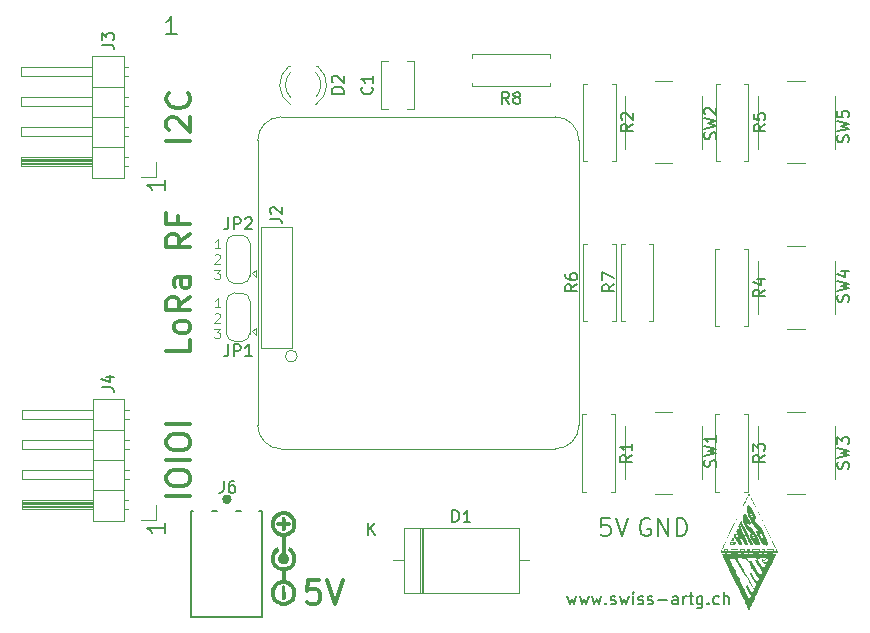
<source format=gbr>
%TF.GenerationSoftware,KiCad,Pcbnew,7.0.1-0*%
%TF.CreationDate,2023-11-24T13:11:02+01:00*%
%TF.ProjectId,LoRa_Hat,4c6f5261-5f48-4617-942e-6b696361645f,rev?*%
%TF.SameCoordinates,Original*%
%TF.FileFunction,Legend,Top*%
%TF.FilePolarity,Positive*%
%FSLAX46Y46*%
G04 Gerber Fmt 4.6, Leading zero omitted, Abs format (unit mm)*
G04 Created by KiCad (PCBNEW 7.0.1-0) date 2023-11-24 13:11:02*
%MOMM*%
%LPD*%
G01*
G04 APERTURE LIST*
%ADD10C,0.120000*%
%ADD11C,0.300000*%
%ADD12C,0.100000*%
%ADD13C,0.200000*%
%ADD14C,0.150000*%
%ADD15C,0.127000*%
%ADD16C,0.400000*%
G04 APERTURE END LIST*
D10*
X127770000Y-105810000D02*
G75*
G03*
X127770000Y-105810000I-500000J0D01*
G01*
D11*
X118695238Y-117657618D02*
X116695238Y-117657618D01*
X116695238Y-116324285D02*
X116695238Y-115943332D01*
X116695238Y-115943332D02*
X116790476Y-115752856D01*
X116790476Y-115752856D02*
X116980952Y-115562380D01*
X116980952Y-115562380D02*
X117361904Y-115467142D01*
X117361904Y-115467142D02*
X118028571Y-115467142D01*
X118028571Y-115467142D02*
X118409523Y-115562380D01*
X118409523Y-115562380D02*
X118600000Y-115752856D01*
X118600000Y-115752856D02*
X118695238Y-115943332D01*
X118695238Y-115943332D02*
X118695238Y-116324285D01*
X118695238Y-116324285D02*
X118600000Y-116514761D01*
X118600000Y-116514761D02*
X118409523Y-116705237D01*
X118409523Y-116705237D02*
X118028571Y-116800475D01*
X118028571Y-116800475D02*
X117361904Y-116800475D01*
X117361904Y-116800475D02*
X116980952Y-116705237D01*
X116980952Y-116705237D02*
X116790476Y-116514761D01*
X116790476Y-116514761D02*
X116695238Y-116324285D01*
X118695238Y-114609999D02*
X116695238Y-114609999D01*
X116695238Y-113276666D02*
X116695238Y-112895713D01*
X116695238Y-112895713D02*
X116790476Y-112705237D01*
X116790476Y-112705237D02*
X116980952Y-112514761D01*
X116980952Y-112514761D02*
X117361904Y-112419523D01*
X117361904Y-112419523D02*
X118028571Y-112419523D01*
X118028571Y-112419523D02*
X118409523Y-112514761D01*
X118409523Y-112514761D02*
X118600000Y-112705237D01*
X118600000Y-112705237D02*
X118695238Y-112895713D01*
X118695238Y-112895713D02*
X118695238Y-113276666D01*
X118695238Y-113276666D02*
X118600000Y-113467142D01*
X118600000Y-113467142D02*
X118409523Y-113657618D01*
X118409523Y-113657618D02*
X118028571Y-113752856D01*
X118028571Y-113752856D02*
X117361904Y-113752856D01*
X117361904Y-113752856D02*
X116980952Y-113657618D01*
X116980952Y-113657618D02*
X116790476Y-113467142D01*
X116790476Y-113467142D02*
X116695238Y-113276666D01*
X118695238Y-111562380D02*
X116695238Y-111562380D01*
D12*
X121248571Y-96684095D02*
X120791428Y-96684095D01*
X121020000Y-96684095D02*
X121020000Y-95884095D01*
X121020000Y-95884095D02*
X120943809Y-95998380D01*
X120943809Y-95998380D02*
X120867619Y-96074571D01*
X120867619Y-96074571D02*
X120791428Y-96112666D01*
X120791428Y-97256285D02*
X120829524Y-97218190D01*
X120829524Y-97218190D02*
X120905714Y-97180095D01*
X120905714Y-97180095D02*
X121096190Y-97180095D01*
X121096190Y-97180095D02*
X121172381Y-97218190D01*
X121172381Y-97218190D02*
X121210476Y-97256285D01*
X121210476Y-97256285D02*
X121248571Y-97332476D01*
X121248571Y-97332476D02*
X121248571Y-97408666D01*
X121248571Y-97408666D02*
X121210476Y-97522952D01*
X121210476Y-97522952D02*
X120753333Y-97980095D01*
X120753333Y-97980095D02*
X121248571Y-97980095D01*
X120753333Y-98476095D02*
X121248571Y-98476095D01*
X121248571Y-98476095D02*
X120981905Y-98780857D01*
X120981905Y-98780857D02*
X121096190Y-98780857D01*
X121096190Y-98780857D02*
X121172381Y-98818952D01*
X121172381Y-98818952D02*
X121210476Y-98857047D01*
X121210476Y-98857047D02*
X121248571Y-98933238D01*
X121248571Y-98933238D02*
X121248571Y-99123714D01*
X121248571Y-99123714D02*
X121210476Y-99199904D01*
X121210476Y-99199904D02*
X121172381Y-99238000D01*
X121172381Y-99238000D02*
X121096190Y-99276095D01*
X121096190Y-99276095D02*
X120867619Y-99276095D01*
X120867619Y-99276095D02*
X120791428Y-99238000D01*
X120791428Y-99238000D02*
X120753333Y-99199904D01*
D11*
X118695238Y-87562380D02*
X116695238Y-87562380D01*
X116885714Y-86705237D02*
X116790476Y-86609999D01*
X116790476Y-86609999D02*
X116695238Y-86419523D01*
X116695238Y-86419523D02*
X116695238Y-85943332D01*
X116695238Y-85943332D02*
X116790476Y-85752856D01*
X116790476Y-85752856D02*
X116885714Y-85657618D01*
X116885714Y-85657618D02*
X117076190Y-85562380D01*
X117076190Y-85562380D02*
X117266666Y-85562380D01*
X117266666Y-85562380D02*
X117552380Y-85657618D01*
X117552380Y-85657618D02*
X118695238Y-86800475D01*
X118695238Y-86800475D02*
X118695238Y-85562380D01*
X118504761Y-83562380D02*
X118600000Y-83657618D01*
X118600000Y-83657618D02*
X118695238Y-83943332D01*
X118695238Y-83943332D02*
X118695238Y-84133808D01*
X118695238Y-84133808D02*
X118600000Y-84419523D01*
X118600000Y-84419523D02*
X118409523Y-84609999D01*
X118409523Y-84609999D02*
X118219047Y-84705237D01*
X118219047Y-84705237D02*
X117838095Y-84800475D01*
X117838095Y-84800475D02*
X117552380Y-84800475D01*
X117552380Y-84800475D02*
X117171428Y-84705237D01*
X117171428Y-84705237D02*
X116980952Y-84609999D01*
X116980952Y-84609999D02*
X116790476Y-84419523D01*
X116790476Y-84419523D02*
X116695238Y-84133808D01*
X116695238Y-84133808D02*
X116695238Y-83943332D01*
X116695238Y-83943332D02*
X116790476Y-83657618D01*
X116790476Y-83657618D02*
X116885714Y-83562380D01*
X129639047Y-124785238D02*
X128686666Y-124785238D01*
X128686666Y-124785238D02*
X128591428Y-125737619D01*
X128591428Y-125737619D02*
X128686666Y-125642380D01*
X128686666Y-125642380D02*
X128877142Y-125547142D01*
X128877142Y-125547142D02*
X129353333Y-125547142D01*
X129353333Y-125547142D02*
X129543809Y-125642380D01*
X129543809Y-125642380D02*
X129639047Y-125737619D01*
X129639047Y-125737619D02*
X129734285Y-125928095D01*
X129734285Y-125928095D02*
X129734285Y-126404285D01*
X129734285Y-126404285D02*
X129639047Y-126594761D01*
X129639047Y-126594761D02*
X129543809Y-126690000D01*
X129543809Y-126690000D02*
X129353333Y-126785238D01*
X129353333Y-126785238D02*
X128877142Y-126785238D01*
X128877142Y-126785238D02*
X128686666Y-126690000D01*
X128686666Y-126690000D02*
X128591428Y-126594761D01*
X130305714Y-124785238D02*
X130972380Y-126785238D01*
X130972380Y-126785238D02*
X131639047Y-124785238D01*
D13*
X157627143Y-119625357D02*
X157484286Y-119553928D01*
X157484286Y-119553928D02*
X157270000Y-119553928D01*
X157270000Y-119553928D02*
X157055714Y-119625357D01*
X157055714Y-119625357D02*
X156912857Y-119768214D01*
X156912857Y-119768214D02*
X156841428Y-119911071D01*
X156841428Y-119911071D02*
X156770000Y-120196785D01*
X156770000Y-120196785D02*
X156770000Y-120411071D01*
X156770000Y-120411071D02*
X156841428Y-120696785D01*
X156841428Y-120696785D02*
X156912857Y-120839642D01*
X156912857Y-120839642D02*
X157055714Y-120982500D01*
X157055714Y-120982500D02*
X157270000Y-121053928D01*
X157270000Y-121053928D02*
X157412857Y-121053928D01*
X157412857Y-121053928D02*
X157627143Y-120982500D01*
X157627143Y-120982500D02*
X157698571Y-120911071D01*
X157698571Y-120911071D02*
X157698571Y-120411071D01*
X157698571Y-120411071D02*
X157412857Y-120411071D01*
X158341428Y-121053928D02*
X158341428Y-119553928D01*
X158341428Y-119553928D02*
X159198571Y-121053928D01*
X159198571Y-121053928D02*
X159198571Y-119553928D01*
X159912857Y-121053928D02*
X159912857Y-119553928D01*
X159912857Y-119553928D02*
X160270000Y-119553928D01*
X160270000Y-119553928D02*
X160484286Y-119625357D01*
X160484286Y-119625357D02*
X160627143Y-119768214D01*
X160627143Y-119768214D02*
X160698572Y-119911071D01*
X160698572Y-119911071D02*
X160770000Y-120196785D01*
X160770000Y-120196785D02*
X160770000Y-120411071D01*
X160770000Y-120411071D02*
X160698572Y-120696785D01*
X160698572Y-120696785D02*
X160627143Y-120839642D01*
X160627143Y-120839642D02*
X160484286Y-120982500D01*
X160484286Y-120982500D02*
X160270000Y-121053928D01*
X160270000Y-121053928D02*
X159912857Y-121053928D01*
D12*
X121248571Y-101684095D02*
X120791428Y-101684095D01*
X121020000Y-101684095D02*
X121020000Y-100884095D01*
X121020000Y-100884095D02*
X120943809Y-100998380D01*
X120943809Y-100998380D02*
X120867619Y-101074571D01*
X120867619Y-101074571D02*
X120791428Y-101112666D01*
X120791428Y-102256285D02*
X120829524Y-102218190D01*
X120829524Y-102218190D02*
X120905714Y-102180095D01*
X120905714Y-102180095D02*
X121096190Y-102180095D01*
X121096190Y-102180095D02*
X121172381Y-102218190D01*
X121172381Y-102218190D02*
X121210476Y-102256285D01*
X121210476Y-102256285D02*
X121248571Y-102332476D01*
X121248571Y-102332476D02*
X121248571Y-102408666D01*
X121248571Y-102408666D02*
X121210476Y-102522952D01*
X121210476Y-102522952D02*
X120753333Y-102980095D01*
X120753333Y-102980095D02*
X121248571Y-102980095D01*
X120753333Y-103476095D02*
X121248571Y-103476095D01*
X121248571Y-103476095D02*
X120981905Y-103780857D01*
X120981905Y-103780857D02*
X121096190Y-103780857D01*
X121096190Y-103780857D02*
X121172381Y-103818952D01*
X121172381Y-103818952D02*
X121210476Y-103857047D01*
X121210476Y-103857047D02*
X121248571Y-103933238D01*
X121248571Y-103933238D02*
X121248571Y-104123714D01*
X121248571Y-104123714D02*
X121210476Y-104199904D01*
X121210476Y-104199904D02*
X121172381Y-104238000D01*
X121172381Y-104238000D02*
X121096190Y-104276095D01*
X121096190Y-104276095D02*
X120867619Y-104276095D01*
X120867619Y-104276095D02*
X120791428Y-104238000D01*
X120791428Y-104238000D02*
X120753333Y-104199904D01*
D11*
X118695238Y-104419524D02*
X118695238Y-105371905D01*
X118695238Y-105371905D02*
X116695238Y-105371905D01*
X118695238Y-103467143D02*
X118600000Y-103657619D01*
X118600000Y-103657619D02*
X118504761Y-103752857D01*
X118504761Y-103752857D02*
X118314285Y-103848095D01*
X118314285Y-103848095D02*
X117742857Y-103848095D01*
X117742857Y-103848095D02*
X117552380Y-103752857D01*
X117552380Y-103752857D02*
X117457142Y-103657619D01*
X117457142Y-103657619D02*
X117361904Y-103467143D01*
X117361904Y-103467143D02*
X117361904Y-103181428D01*
X117361904Y-103181428D02*
X117457142Y-102990952D01*
X117457142Y-102990952D02*
X117552380Y-102895714D01*
X117552380Y-102895714D02*
X117742857Y-102800476D01*
X117742857Y-102800476D02*
X118314285Y-102800476D01*
X118314285Y-102800476D02*
X118504761Y-102895714D01*
X118504761Y-102895714D02*
X118600000Y-102990952D01*
X118600000Y-102990952D02*
X118695238Y-103181428D01*
X118695238Y-103181428D02*
X118695238Y-103467143D01*
X118695238Y-100800476D02*
X117742857Y-101467143D01*
X118695238Y-101943333D02*
X116695238Y-101943333D01*
X116695238Y-101943333D02*
X116695238Y-101181428D01*
X116695238Y-101181428D02*
X116790476Y-100990952D01*
X116790476Y-100990952D02*
X116885714Y-100895714D01*
X116885714Y-100895714D02*
X117076190Y-100800476D01*
X117076190Y-100800476D02*
X117361904Y-100800476D01*
X117361904Y-100800476D02*
X117552380Y-100895714D01*
X117552380Y-100895714D02*
X117647619Y-100990952D01*
X117647619Y-100990952D02*
X117742857Y-101181428D01*
X117742857Y-101181428D02*
X117742857Y-101943333D01*
X118695238Y-99086190D02*
X117647619Y-99086190D01*
X117647619Y-99086190D02*
X117457142Y-99181428D01*
X117457142Y-99181428D02*
X117361904Y-99371904D01*
X117361904Y-99371904D02*
X117361904Y-99752857D01*
X117361904Y-99752857D02*
X117457142Y-99943333D01*
X118600000Y-99086190D02*
X118695238Y-99276666D01*
X118695238Y-99276666D02*
X118695238Y-99752857D01*
X118695238Y-99752857D02*
X118600000Y-99943333D01*
X118600000Y-99943333D02*
X118409523Y-100038571D01*
X118409523Y-100038571D02*
X118219047Y-100038571D01*
X118219047Y-100038571D02*
X118028571Y-99943333D01*
X118028571Y-99943333D02*
X117933333Y-99752857D01*
X117933333Y-99752857D02*
X117933333Y-99276666D01*
X117933333Y-99276666D02*
X117838095Y-99086190D01*
X118695238Y-95467142D02*
X117742857Y-96133809D01*
X118695238Y-96609999D02*
X116695238Y-96609999D01*
X116695238Y-96609999D02*
X116695238Y-95848094D01*
X116695238Y-95848094D02*
X116790476Y-95657618D01*
X116790476Y-95657618D02*
X116885714Y-95562380D01*
X116885714Y-95562380D02*
X117076190Y-95467142D01*
X117076190Y-95467142D02*
X117361904Y-95467142D01*
X117361904Y-95467142D02*
X117552380Y-95562380D01*
X117552380Y-95562380D02*
X117647619Y-95657618D01*
X117647619Y-95657618D02*
X117742857Y-95848094D01*
X117742857Y-95848094D02*
X117742857Y-96609999D01*
X117647619Y-93943332D02*
X117647619Y-94609999D01*
X118695238Y-94609999D02*
X116695238Y-94609999D01*
X116695238Y-94609999D02*
X116695238Y-93657618D01*
D14*
X150639048Y-126155952D02*
X150829524Y-126822619D01*
X150829524Y-126822619D02*
X151020000Y-126346428D01*
X151020000Y-126346428D02*
X151210476Y-126822619D01*
X151210476Y-126822619D02*
X151400952Y-126155952D01*
X151686667Y-126155952D02*
X151877143Y-126822619D01*
X151877143Y-126822619D02*
X152067619Y-126346428D01*
X152067619Y-126346428D02*
X152258095Y-126822619D01*
X152258095Y-126822619D02*
X152448571Y-126155952D01*
X152734286Y-126155952D02*
X152924762Y-126822619D01*
X152924762Y-126822619D02*
X153115238Y-126346428D01*
X153115238Y-126346428D02*
X153305714Y-126822619D01*
X153305714Y-126822619D02*
X153496190Y-126155952D01*
X153877143Y-126727380D02*
X153924762Y-126775000D01*
X153924762Y-126775000D02*
X153877143Y-126822619D01*
X153877143Y-126822619D02*
X153829524Y-126775000D01*
X153829524Y-126775000D02*
X153877143Y-126727380D01*
X153877143Y-126727380D02*
X153877143Y-126822619D01*
X154305714Y-126775000D02*
X154400952Y-126822619D01*
X154400952Y-126822619D02*
X154591428Y-126822619D01*
X154591428Y-126822619D02*
X154686666Y-126775000D01*
X154686666Y-126775000D02*
X154734285Y-126679761D01*
X154734285Y-126679761D02*
X154734285Y-126632142D01*
X154734285Y-126632142D02*
X154686666Y-126536904D01*
X154686666Y-126536904D02*
X154591428Y-126489285D01*
X154591428Y-126489285D02*
X154448571Y-126489285D01*
X154448571Y-126489285D02*
X154353333Y-126441666D01*
X154353333Y-126441666D02*
X154305714Y-126346428D01*
X154305714Y-126346428D02*
X154305714Y-126298809D01*
X154305714Y-126298809D02*
X154353333Y-126203571D01*
X154353333Y-126203571D02*
X154448571Y-126155952D01*
X154448571Y-126155952D02*
X154591428Y-126155952D01*
X154591428Y-126155952D02*
X154686666Y-126203571D01*
X155067619Y-126155952D02*
X155258095Y-126822619D01*
X155258095Y-126822619D02*
X155448571Y-126346428D01*
X155448571Y-126346428D02*
X155639047Y-126822619D01*
X155639047Y-126822619D02*
X155829523Y-126155952D01*
X156210476Y-126822619D02*
X156210476Y-126155952D01*
X156210476Y-125822619D02*
X156162857Y-125870238D01*
X156162857Y-125870238D02*
X156210476Y-125917857D01*
X156210476Y-125917857D02*
X156258095Y-125870238D01*
X156258095Y-125870238D02*
X156210476Y-125822619D01*
X156210476Y-125822619D02*
X156210476Y-125917857D01*
X156639047Y-126775000D02*
X156734285Y-126822619D01*
X156734285Y-126822619D02*
X156924761Y-126822619D01*
X156924761Y-126822619D02*
X157019999Y-126775000D01*
X157019999Y-126775000D02*
X157067618Y-126679761D01*
X157067618Y-126679761D02*
X157067618Y-126632142D01*
X157067618Y-126632142D02*
X157019999Y-126536904D01*
X157019999Y-126536904D02*
X156924761Y-126489285D01*
X156924761Y-126489285D02*
X156781904Y-126489285D01*
X156781904Y-126489285D02*
X156686666Y-126441666D01*
X156686666Y-126441666D02*
X156639047Y-126346428D01*
X156639047Y-126346428D02*
X156639047Y-126298809D01*
X156639047Y-126298809D02*
X156686666Y-126203571D01*
X156686666Y-126203571D02*
X156781904Y-126155952D01*
X156781904Y-126155952D02*
X156924761Y-126155952D01*
X156924761Y-126155952D02*
X157019999Y-126203571D01*
X157448571Y-126775000D02*
X157543809Y-126822619D01*
X157543809Y-126822619D02*
X157734285Y-126822619D01*
X157734285Y-126822619D02*
X157829523Y-126775000D01*
X157829523Y-126775000D02*
X157877142Y-126679761D01*
X157877142Y-126679761D02*
X157877142Y-126632142D01*
X157877142Y-126632142D02*
X157829523Y-126536904D01*
X157829523Y-126536904D02*
X157734285Y-126489285D01*
X157734285Y-126489285D02*
X157591428Y-126489285D01*
X157591428Y-126489285D02*
X157496190Y-126441666D01*
X157496190Y-126441666D02*
X157448571Y-126346428D01*
X157448571Y-126346428D02*
X157448571Y-126298809D01*
X157448571Y-126298809D02*
X157496190Y-126203571D01*
X157496190Y-126203571D02*
X157591428Y-126155952D01*
X157591428Y-126155952D02*
X157734285Y-126155952D01*
X157734285Y-126155952D02*
X157829523Y-126203571D01*
X158305714Y-126441666D02*
X159067619Y-126441666D01*
X159972380Y-126822619D02*
X159972380Y-126298809D01*
X159972380Y-126298809D02*
X159924761Y-126203571D01*
X159924761Y-126203571D02*
X159829523Y-126155952D01*
X159829523Y-126155952D02*
X159639047Y-126155952D01*
X159639047Y-126155952D02*
X159543809Y-126203571D01*
X159972380Y-126775000D02*
X159877142Y-126822619D01*
X159877142Y-126822619D02*
X159639047Y-126822619D01*
X159639047Y-126822619D02*
X159543809Y-126775000D01*
X159543809Y-126775000D02*
X159496190Y-126679761D01*
X159496190Y-126679761D02*
X159496190Y-126584523D01*
X159496190Y-126584523D02*
X159543809Y-126489285D01*
X159543809Y-126489285D02*
X159639047Y-126441666D01*
X159639047Y-126441666D02*
X159877142Y-126441666D01*
X159877142Y-126441666D02*
X159972380Y-126394047D01*
X160448571Y-126822619D02*
X160448571Y-126155952D01*
X160448571Y-126346428D02*
X160496190Y-126251190D01*
X160496190Y-126251190D02*
X160543809Y-126203571D01*
X160543809Y-126203571D02*
X160639047Y-126155952D01*
X160639047Y-126155952D02*
X160734285Y-126155952D01*
X160924762Y-126155952D02*
X161305714Y-126155952D01*
X161067619Y-125822619D02*
X161067619Y-126679761D01*
X161067619Y-126679761D02*
X161115238Y-126775000D01*
X161115238Y-126775000D02*
X161210476Y-126822619D01*
X161210476Y-126822619D02*
X161305714Y-126822619D01*
X162067619Y-126155952D02*
X162067619Y-126965476D01*
X162067619Y-126965476D02*
X162020000Y-127060714D01*
X162020000Y-127060714D02*
X161972381Y-127108333D01*
X161972381Y-127108333D02*
X161877143Y-127155952D01*
X161877143Y-127155952D02*
X161734286Y-127155952D01*
X161734286Y-127155952D02*
X161639048Y-127108333D01*
X162067619Y-126775000D02*
X161972381Y-126822619D01*
X161972381Y-126822619D02*
X161781905Y-126822619D01*
X161781905Y-126822619D02*
X161686667Y-126775000D01*
X161686667Y-126775000D02*
X161639048Y-126727380D01*
X161639048Y-126727380D02*
X161591429Y-126632142D01*
X161591429Y-126632142D02*
X161591429Y-126346428D01*
X161591429Y-126346428D02*
X161639048Y-126251190D01*
X161639048Y-126251190D02*
X161686667Y-126203571D01*
X161686667Y-126203571D02*
X161781905Y-126155952D01*
X161781905Y-126155952D02*
X161972381Y-126155952D01*
X161972381Y-126155952D02*
X162067619Y-126203571D01*
X162543810Y-126727380D02*
X162591429Y-126775000D01*
X162591429Y-126775000D02*
X162543810Y-126822619D01*
X162543810Y-126822619D02*
X162496191Y-126775000D01*
X162496191Y-126775000D02*
X162543810Y-126727380D01*
X162543810Y-126727380D02*
X162543810Y-126822619D01*
X163448571Y-126775000D02*
X163353333Y-126822619D01*
X163353333Y-126822619D02*
X163162857Y-126822619D01*
X163162857Y-126822619D02*
X163067619Y-126775000D01*
X163067619Y-126775000D02*
X163020000Y-126727380D01*
X163020000Y-126727380D02*
X162972381Y-126632142D01*
X162972381Y-126632142D02*
X162972381Y-126346428D01*
X162972381Y-126346428D02*
X163020000Y-126251190D01*
X163020000Y-126251190D02*
X163067619Y-126203571D01*
X163067619Y-126203571D02*
X163162857Y-126155952D01*
X163162857Y-126155952D02*
X163353333Y-126155952D01*
X163353333Y-126155952D02*
X163448571Y-126203571D01*
X163877143Y-126822619D02*
X163877143Y-125822619D01*
X164305714Y-126822619D02*
X164305714Y-126298809D01*
X164305714Y-126298809D02*
X164258095Y-126203571D01*
X164258095Y-126203571D02*
X164162857Y-126155952D01*
X164162857Y-126155952D02*
X164020000Y-126155952D01*
X164020000Y-126155952D02*
X163924762Y-126203571D01*
X163924762Y-126203571D02*
X163877143Y-126251190D01*
D13*
X117548572Y-78553928D02*
X116691429Y-78553928D01*
X117120000Y-78553928D02*
X117120000Y-77053928D01*
X117120000Y-77053928D02*
X116977143Y-77268214D01*
X116977143Y-77268214D02*
X116834286Y-77411071D01*
X116834286Y-77411071D02*
X116691429Y-77482500D01*
X154234286Y-119553928D02*
X153520000Y-119553928D01*
X153520000Y-119553928D02*
X153448572Y-120268214D01*
X153448572Y-120268214D02*
X153520000Y-120196785D01*
X153520000Y-120196785D02*
X153662858Y-120125357D01*
X153662858Y-120125357D02*
X154020000Y-120125357D01*
X154020000Y-120125357D02*
X154162858Y-120196785D01*
X154162858Y-120196785D02*
X154234286Y-120268214D01*
X154234286Y-120268214D02*
X154305715Y-120411071D01*
X154305715Y-120411071D02*
X154305715Y-120768214D01*
X154305715Y-120768214D02*
X154234286Y-120911071D01*
X154234286Y-120911071D02*
X154162858Y-120982500D01*
X154162858Y-120982500D02*
X154020000Y-121053928D01*
X154020000Y-121053928D02*
X153662858Y-121053928D01*
X153662858Y-121053928D02*
X153520000Y-120982500D01*
X153520000Y-120982500D02*
X153448572Y-120911071D01*
X154734286Y-119553928D02*
X155234286Y-121053928D01*
X155234286Y-121053928D02*
X155734286Y-119553928D01*
X116563928Y-90881427D02*
X116563928Y-91738570D01*
X116563928Y-91309999D02*
X115063928Y-91309999D01*
X115063928Y-91309999D02*
X115278214Y-91452856D01*
X115278214Y-91452856D02*
X115421071Y-91595713D01*
X115421071Y-91595713D02*
X115492500Y-91738570D01*
X116563928Y-119931427D02*
X116563928Y-120788570D01*
X116563928Y-120359999D02*
X115063928Y-120359999D01*
X115063928Y-120359999D02*
X115278214Y-120502856D01*
X115278214Y-120502856D02*
X115421071Y-120645713D01*
X115421071Y-120645713D02*
X115492500Y-120788570D01*
D14*
%TO.C,J6*%
X121536136Y-116371764D02*
X121536136Y-117087186D01*
X121536136Y-117087186D02*
X121488442Y-117230271D01*
X121488442Y-117230271D02*
X121393052Y-117325661D01*
X121393052Y-117325661D02*
X121249968Y-117373355D01*
X121249968Y-117373355D02*
X121154578Y-117373355D01*
X122442338Y-116371764D02*
X122251559Y-116371764D01*
X122251559Y-116371764D02*
X122156169Y-116419459D01*
X122156169Y-116419459D02*
X122108474Y-116467154D01*
X122108474Y-116467154D02*
X122013085Y-116610238D01*
X122013085Y-116610238D02*
X121965390Y-116801018D01*
X121965390Y-116801018D02*
X121965390Y-117182576D01*
X121965390Y-117182576D02*
X122013085Y-117277966D01*
X122013085Y-117277966D02*
X122060779Y-117325661D01*
X122060779Y-117325661D02*
X122156169Y-117373355D01*
X122156169Y-117373355D02*
X122346948Y-117373355D01*
X122346948Y-117373355D02*
X122442338Y-117325661D01*
X122442338Y-117325661D02*
X122490033Y-117277966D01*
X122490033Y-117277966D02*
X122537727Y-117182576D01*
X122537727Y-117182576D02*
X122537727Y-116944102D01*
X122537727Y-116944102D02*
X122490033Y-116848712D01*
X122490033Y-116848712D02*
X122442338Y-116801018D01*
X122442338Y-116801018D02*
X122346948Y-116753323D01*
X122346948Y-116753323D02*
X122156169Y-116753323D01*
X122156169Y-116753323D02*
X122060779Y-116801018D01*
X122060779Y-116801018D02*
X122013085Y-116848712D01*
X122013085Y-116848712D02*
X121965390Y-116944102D01*
%TO.C,D1*%
X140901905Y-119852619D02*
X140901905Y-118852619D01*
X140901905Y-118852619D02*
X141140000Y-118852619D01*
X141140000Y-118852619D02*
X141282857Y-118900238D01*
X141282857Y-118900238D02*
X141378095Y-118995476D01*
X141378095Y-118995476D02*
X141425714Y-119090714D01*
X141425714Y-119090714D02*
X141473333Y-119281190D01*
X141473333Y-119281190D02*
X141473333Y-119424047D01*
X141473333Y-119424047D02*
X141425714Y-119614523D01*
X141425714Y-119614523D02*
X141378095Y-119709761D01*
X141378095Y-119709761D02*
X141282857Y-119805000D01*
X141282857Y-119805000D02*
X141140000Y-119852619D01*
X141140000Y-119852619D02*
X140901905Y-119852619D01*
X142425714Y-119852619D02*
X141854286Y-119852619D01*
X142140000Y-119852619D02*
X142140000Y-118852619D01*
X142140000Y-118852619D02*
X142044762Y-118995476D01*
X142044762Y-118995476D02*
X141949524Y-119090714D01*
X141949524Y-119090714D02*
X141854286Y-119138333D01*
X133758095Y-120972619D02*
X133758095Y-119972619D01*
X134329523Y-120972619D02*
X133900952Y-120401190D01*
X134329523Y-119972619D02*
X133758095Y-120544047D01*
%TO.C,R5*%
X167402619Y-86186666D02*
X166926428Y-86519999D01*
X167402619Y-86758094D02*
X166402619Y-86758094D01*
X166402619Y-86758094D02*
X166402619Y-86377142D01*
X166402619Y-86377142D02*
X166450238Y-86281904D01*
X166450238Y-86281904D02*
X166497857Y-86234285D01*
X166497857Y-86234285D02*
X166593095Y-86186666D01*
X166593095Y-86186666D02*
X166735952Y-86186666D01*
X166735952Y-86186666D02*
X166831190Y-86234285D01*
X166831190Y-86234285D02*
X166878809Y-86281904D01*
X166878809Y-86281904D02*
X166926428Y-86377142D01*
X166926428Y-86377142D02*
X166926428Y-86758094D01*
X166402619Y-85281904D02*
X166402619Y-85758094D01*
X166402619Y-85758094D02*
X166878809Y-85805713D01*
X166878809Y-85805713D02*
X166831190Y-85758094D01*
X166831190Y-85758094D02*
X166783571Y-85662856D01*
X166783571Y-85662856D02*
X166783571Y-85424761D01*
X166783571Y-85424761D02*
X166831190Y-85329523D01*
X166831190Y-85329523D02*
X166878809Y-85281904D01*
X166878809Y-85281904D02*
X166974047Y-85234285D01*
X166974047Y-85234285D02*
X167212142Y-85234285D01*
X167212142Y-85234285D02*
X167307380Y-85281904D01*
X167307380Y-85281904D02*
X167355000Y-85329523D01*
X167355000Y-85329523D02*
X167402619Y-85424761D01*
X167402619Y-85424761D02*
X167402619Y-85662856D01*
X167402619Y-85662856D02*
X167355000Y-85758094D01*
X167355000Y-85758094D02*
X167307380Y-85805713D01*
%TO.C,JP2*%
X121936666Y-94072619D02*
X121936666Y-94786904D01*
X121936666Y-94786904D02*
X121889047Y-94929761D01*
X121889047Y-94929761D02*
X121793809Y-95025000D01*
X121793809Y-95025000D02*
X121650952Y-95072619D01*
X121650952Y-95072619D02*
X121555714Y-95072619D01*
X122412857Y-95072619D02*
X122412857Y-94072619D01*
X122412857Y-94072619D02*
X122793809Y-94072619D01*
X122793809Y-94072619D02*
X122889047Y-94120238D01*
X122889047Y-94120238D02*
X122936666Y-94167857D01*
X122936666Y-94167857D02*
X122984285Y-94263095D01*
X122984285Y-94263095D02*
X122984285Y-94405952D01*
X122984285Y-94405952D02*
X122936666Y-94501190D01*
X122936666Y-94501190D02*
X122889047Y-94548809D01*
X122889047Y-94548809D02*
X122793809Y-94596428D01*
X122793809Y-94596428D02*
X122412857Y-94596428D01*
X123365238Y-94167857D02*
X123412857Y-94120238D01*
X123412857Y-94120238D02*
X123508095Y-94072619D01*
X123508095Y-94072619D02*
X123746190Y-94072619D01*
X123746190Y-94072619D02*
X123841428Y-94120238D01*
X123841428Y-94120238D02*
X123889047Y-94167857D01*
X123889047Y-94167857D02*
X123936666Y-94263095D01*
X123936666Y-94263095D02*
X123936666Y-94358333D01*
X123936666Y-94358333D02*
X123889047Y-94501190D01*
X123889047Y-94501190D02*
X123317619Y-95072619D01*
X123317619Y-95072619D02*
X123936666Y-95072619D01*
%TO.C,SW5*%
X174435000Y-87693332D02*
X174482619Y-87550475D01*
X174482619Y-87550475D02*
X174482619Y-87312380D01*
X174482619Y-87312380D02*
X174435000Y-87217142D01*
X174435000Y-87217142D02*
X174387380Y-87169523D01*
X174387380Y-87169523D02*
X174292142Y-87121904D01*
X174292142Y-87121904D02*
X174196904Y-87121904D01*
X174196904Y-87121904D02*
X174101666Y-87169523D01*
X174101666Y-87169523D02*
X174054047Y-87217142D01*
X174054047Y-87217142D02*
X174006428Y-87312380D01*
X174006428Y-87312380D02*
X173958809Y-87502856D01*
X173958809Y-87502856D02*
X173911190Y-87598094D01*
X173911190Y-87598094D02*
X173863571Y-87645713D01*
X173863571Y-87645713D02*
X173768333Y-87693332D01*
X173768333Y-87693332D02*
X173673095Y-87693332D01*
X173673095Y-87693332D02*
X173577857Y-87645713D01*
X173577857Y-87645713D02*
X173530238Y-87598094D01*
X173530238Y-87598094D02*
X173482619Y-87502856D01*
X173482619Y-87502856D02*
X173482619Y-87264761D01*
X173482619Y-87264761D02*
X173530238Y-87121904D01*
X173482619Y-86788570D02*
X174482619Y-86550475D01*
X174482619Y-86550475D02*
X173768333Y-86359999D01*
X173768333Y-86359999D02*
X174482619Y-86169523D01*
X174482619Y-86169523D02*
X173482619Y-85931428D01*
X173482619Y-85074285D02*
X173482619Y-85550475D01*
X173482619Y-85550475D02*
X173958809Y-85598094D01*
X173958809Y-85598094D02*
X173911190Y-85550475D01*
X173911190Y-85550475D02*
X173863571Y-85455237D01*
X173863571Y-85455237D02*
X173863571Y-85217142D01*
X173863571Y-85217142D02*
X173911190Y-85121904D01*
X173911190Y-85121904D02*
X173958809Y-85074285D01*
X173958809Y-85074285D02*
X174054047Y-85026666D01*
X174054047Y-85026666D02*
X174292142Y-85026666D01*
X174292142Y-85026666D02*
X174387380Y-85074285D01*
X174387380Y-85074285D02*
X174435000Y-85121904D01*
X174435000Y-85121904D02*
X174482619Y-85217142D01*
X174482619Y-85217142D02*
X174482619Y-85455237D01*
X174482619Y-85455237D02*
X174435000Y-85550475D01*
X174435000Y-85550475D02*
X174387380Y-85598094D01*
%TO.C,C1*%
X134087380Y-83026666D02*
X134135000Y-83074285D01*
X134135000Y-83074285D02*
X134182619Y-83217142D01*
X134182619Y-83217142D02*
X134182619Y-83312380D01*
X134182619Y-83312380D02*
X134135000Y-83455237D01*
X134135000Y-83455237D02*
X134039761Y-83550475D01*
X134039761Y-83550475D02*
X133944523Y-83598094D01*
X133944523Y-83598094D02*
X133754047Y-83645713D01*
X133754047Y-83645713D02*
X133611190Y-83645713D01*
X133611190Y-83645713D02*
X133420714Y-83598094D01*
X133420714Y-83598094D02*
X133325476Y-83550475D01*
X133325476Y-83550475D02*
X133230238Y-83455237D01*
X133230238Y-83455237D02*
X133182619Y-83312380D01*
X133182619Y-83312380D02*
X133182619Y-83217142D01*
X133182619Y-83217142D02*
X133230238Y-83074285D01*
X133230238Y-83074285D02*
X133277857Y-83026666D01*
X134182619Y-82074285D02*
X134182619Y-82645713D01*
X134182619Y-82359999D02*
X133182619Y-82359999D01*
X133182619Y-82359999D02*
X133325476Y-82455237D01*
X133325476Y-82455237D02*
X133420714Y-82550475D01*
X133420714Y-82550475D02*
X133468333Y-82645713D01*
%TO.C,R4*%
X167372619Y-100176666D02*
X166896428Y-100509999D01*
X167372619Y-100748094D02*
X166372619Y-100748094D01*
X166372619Y-100748094D02*
X166372619Y-100367142D01*
X166372619Y-100367142D02*
X166420238Y-100271904D01*
X166420238Y-100271904D02*
X166467857Y-100224285D01*
X166467857Y-100224285D02*
X166563095Y-100176666D01*
X166563095Y-100176666D02*
X166705952Y-100176666D01*
X166705952Y-100176666D02*
X166801190Y-100224285D01*
X166801190Y-100224285D02*
X166848809Y-100271904D01*
X166848809Y-100271904D02*
X166896428Y-100367142D01*
X166896428Y-100367142D02*
X166896428Y-100748094D01*
X166705952Y-99319523D02*
X167372619Y-99319523D01*
X166325000Y-99557618D02*
X167039285Y-99795713D01*
X167039285Y-99795713D02*
X167039285Y-99176666D01*
%TO.C,R2*%
X156202619Y-86166666D02*
X155726428Y-86499999D01*
X156202619Y-86738094D02*
X155202619Y-86738094D01*
X155202619Y-86738094D02*
X155202619Y-86357142D01*
X155202619Y-86357142D02*
X155250238Y-86261904D01*
X155250238Y-86261904D02*
X155297857Y-86214285D01*
X155297857Y-86214285D02*
X155393095Y-86166666D01*
X155393095Y-86166666D02*
X155535952Y-86166666D01*
X155535952Y-86166666D02*
X155631190Y-86214285D01*
X155631190Y-86214285D02*
X155678809Y-86261904D01*
X155678809Y-86261904D02*
X155726428Y-86357142D01*
X155726428Y-86357142D02*
X155726428Y-86738094D01*
X155297857Y-85785713D02*
X155250238Y-85738094D01*
X155250238Y-85738094D02*
X155202619Y-85642856D01*
X155202619Y-85642856D02*
X155202619Y-85404761D01*
X155202619Y-85404761D02*
X155250238Y-85309523D01*
X155250238Y-85309523D02*
X155297857Y-85261904D01*
X155297857Y-85261904D02*
X155393095Y-85214285D01*
X155393095Y-85214285D02*
X155488333Y-85214285D01*
X155488333Y-85214285D02*
X155631190Y-85261904D01*
X155631190Y-85261904D02*
X156202619Y-85833332D01*
X156202619Y-85833332D02*
X156202619Y-85214285D01*
%TO.C,J2*%
X125482619Y-94193333D02*
X126196904Y-94193333D01*
X126196904Y-94193333D02*
X126339761Y-94240952D01*
X126339761Y-94240952D02*
X126435000Y-94336190D01*
X126435000Y-94336190D02*
X126482619Y-94479047D01*
X126482619Y-94479047D02*
X126482619Y-94574285D01*
X125577857Y-93764761D02*
X125530238Y-93717142D01*
X125530238Y-93717142D02*
X125482619Y-93621904D01*
X125482619Y-93621904D02*
X125482619Y-93383809D01*
X125482619Y-93383809D02*
X125530238Y-93288571D01*
X125530238Y-93288571D02*
X125577857Y-93240952D01*
X125577857Y-93240952D02*
X125673095Y-93193333D01*
X125673095Y-93193333D02*
X125768333Y-93193333D01*
X125768333Y-93193333D02*
X125911190Y-93240952D01*
X125911190Y-93240952D02*
X126482619Y-93812380D01*
X126482619Y-93812380D02*
X126482619Y-93193333D01*
%TO.C,SW1*%
X163185000Y-115193332D02*
X163232619Y-115050475D01*
X163232619Y-115050475D02*
X163232619Y-114812380D01*
X163232619Y-114812380D02*
X163185000Y-114717142D01*
X163185000Y-114717142D02*
X163137380Y-114669523D01*
X163137380Y-114669523D02*
X163042142Y-114621904D01*
X163042142Y-114621904D02*
X162946904Y-114621904D01*
X162946904Y-114621904D02*
X162851666Y-114669523D01*
X162851666Y-114669523D02*
X162804047Y-114717142D01*
X162804047Y-114717142D02*
X162756428Y-114812380D01*
X162756428Y-114812380D02*
X162708809Y-115002856D01*
X162708809Y-115002856D02*
X162661190Y-115098094D01*
X162661190Y-115098094D02*
X162613571Y-115145713D01*
X162613571Y-115145713D02*
X162518333Y-115193332D01*
X162518333Y-115193332D02*
X162423095Y-115193332D01*
X162423095Y-115193332D02*
X162327857Y-115145713D01*
X162327857Y-115145713D02*
X162280238Y-115098094D01*
X162280238Y-115098094D02*
X162232619Y-115002856D01*
X162232619Y-115002856D02*
X162232619Y-114764761D01*
X162232619Y-114764761D02*
X162280238Y-114621904D01*
X162232619Y-114288570D02*
X163232619Y-114050475D01*
X163232619Y-114050475D02*
X162518333Y-113859999D01*
X162518333Y-113859999D02*
X163232619Y-113669523D01*
X163232619Y-113669523D02*
X162232619Y-113431428D01*
X163232619Y-112526666D02*
X163232619Y-113098094D01*
X163232619Y-112812380D02*
X162232619Y-112812380D01*
X162232619Y-112812380D02*
X162375476Y-112907618D01*
X162375476Y-112907618D02*
X162470714Y-113002856D01*
X162470714Y-113002856D02*
X162518333Y-113098094D01*
%TO.C,R7*%
X154612619Y-99726666D02*
X154136428Y-100059999D01*
X154612619Y-100298094D02*
X153612619Y-100298094D01*
X153612619Y-100298094D02*
X153612619Y-99917142D01*
X153612619Y-99917142D02*
X153660238Y-99821904D01*
X153660238Y-99821904D02*
X153707857Y-99774285D01*
X153707857Y-99774285D02*
X153803095Y-99726666D01*
X153803095Y-99726666D02*
X153945952Y-99726666D01*
X153945952Y-99726666D02*
X154041190Y-99774285D01*
X154041190Y-99774285D02*
X154088809Y-99821904D01*
X154088809Y-99821904D02*
X154136428Y-99917142D01*
X154136428Y-99917142D02*
X154136428Y-100298094D01*
X153612619Y-99393332D02*
X153612619Y-98726666D01*
X153612619Y-98726666D02*
X154612619Y-99155237D01*
%TO.C,JP1*%
X121936666Y-104822619D02*
X121936666Y-105536904D01*
X121936666Y-105536904D02*
X121889047Y-105679761D01*
X121889047Y-105679761D02*
X121793809Y-105775000D01*
X121793809Y-105775000D02*
X121650952Y-105822619D01*
X121650952Y-105822619D02*
X121555714Y-105822619D01*
X122412857Y-105822619D02*
X122412857Y-104822619D01*
X122412857Y-104822619D02*
X122793809Y-104822619D01*
X122793809Y-104822619D02*
X122889047Y-104870238D01*
X122889047Y-104870238D02*
X122936666Y-104917857D01*
X122936666Y-104917857D02*
X122984285Y-105013095D01*
X122984285Y-105013095D02*
X122984285Y-105155952D01*
X122984285Y-105155952D02*
X122936666Y-105251190D01*
X122936666Y-105251190D02*
X122889047Y-105298809D01*
X122889047Y-105298809D02*
X122793809Y-105346428D01*
X122793809Y-105346428D02*
X122412857Y-105346428D01*
X123936666Y-105822619D02*
X123365238Y-105822619D01*
X123650952Y-105822619D02*
X123650952Y-104822619D01*
X123650952Y-104822619D02*
X123555714Y-104965476D01*
X123555714Y-104965476D02*
X123460476Y-105060714D01*
X123460476Y-105060714D02*
X123365238Y-105108333D01*
%TO.C,SW2*%
X163185000Y-87443332D02*
X163232619Y-87300475D01*
X163232619Y-87300475D02*
X163232619Y-87062380D01*
X163232619Y-87062380D02*
X163185000Y-86967142D01*
X163185000Y-86967142D02*
X163137380Y-86919523D01*
X163137380Y-86919523D02*
X163042142Y-86871904D01*
X163042142Y-86871904D02*
X162946904Y-86871904D01*
X162946904Y-86871904D02*
X162851666Y-86919523D01*
X162851666Y-86919523D02*
X162804047Y-86967142D01*
X162804047Y-86967142D02*
X162756428Y-87062380D01*
X162756428Y-87062380D02*
X162708809Y-87252856D01*
X162708809Y-87252856D02*
X162661190Y-87348094D01*
X162661190Y-87348094D02*
X162613571Y-87395713D01*
X162613571Y-87395713D02*
X162518333Y-87443332D01*
X162518333Y-87443332D02*
X162423095Y-87443332D01*
X162423095Y-87443332D02*
X162327857Y-87395713D01*
X162327857Y-87395713D02*
X162280238Y-87348094D01*
X162280238Y-87348094D02*
X162232619Y-87252856D01*
X162232619Y-87252856D02*
X162232619Y-87014761D01*
X162232619Y-87014761D02*
X162280238Y-86871904D01*
X162232619Y-86538570D02*
X163232619Y-86300475D01*
X163232619Y-86300475D02*
X162518333Y-86109999D01*
X162518333Y-86109999D02*
X163232619Y-85919523D01*
X163232619Y-85919523D02*
X162232619Y-85681428D01*
X162327857Y-85348094D02*
X162280238Y-85300475D01*
X162280238Y-85300475D02*
X162232619Y-85205237D01*
X162232619Y-85205237D02*
X162232619Y-84967142D01*
X162232619Y-84967142D02*
X162280238Y-84871904D01*
X162280238Y-84871904D02*
X162327857Y-84824285D01*
X162327857Y-84824285D02*
X162423095Y-84776666D01*
X162423095Y-84776666D02*
X162518333Y-84776666D01*
X162518333Y-84776666D02*
X162661190Y-84824285D01*
X162661190Y-84824285D02*
X163232619Y-85395713D01*
X163232619Y-85395713D02*
X163232619Y-84776666D01*
%TO.C,R1*%
X156122619Y-114176666D02*
X155646428Y-114509999D01*
X156122619Y-114748094D02*
X155122619Y-114748094D01*
X155122619Y-114748094D02*
X155122619Y-114367142D01*
X155122619Y-114367142D02*
X155170238Y-114271904D01*
X155170238Y-114271904D02*
X155217857Y-114224285D01*
X155217857Y-114224285D02*
X155313095Y-114176666D01*
X155313095Y-114176666D02*
X155455952Y-114176666D01*
X155455952Y-114176666D02*
X155551190Y-114224285D01*
X155551190Y-114224285D02*
X155598809Y-114271904D01*
X155598809Y-114271904D02*
X155646428Y-114367142D01*
X155646428Y-114367142D02*
X155646428Y-114748094D01*
X156122619Y-113224285D02*
X156122619Y-113795713D01*
X156122619Y-113509999D02*
X155122619Y-113509999D01*
X155122619Y-113509999D02*
X155265476Y-113605237D01*
X155265476Y-113605237D02*
X155360714Y-113700475D01*
X155360714Y-113700475D02*
X155408333Y-113795713D01*
%TO.C,R6*%
X151462619Y-99726666D02*
X150986428Y-100059999D01*
X151462619Y-100298094D02*
X150462619Y-100298094D01*
X150462619Y-100298094D02*
X150462619Y-99917142D01*
X150462619Y-99917142D02*
X150510238Y-99821904D01*
X150510238Y-99821904D02*
X150557857Y-99774285D01*
X150557857Y-99774285D02*
X150653095Y-99726666D01*
X150653095Y-99726666D02*
X150795952Y-99726666D01*
X150795952Y-99726666D02*
X150891190Y-99774285D01*
X150891190Y-99774285D02*
X150938809Y-99821904D01*
X150938809Y-99821904D02*
X150986428Y-99917142D01*
X150986428Y-99917142D02*
X150986428Y-100298094D01*
X150462619Y-98869523D02*
X150462619Y-99059999D01*
X150462619Y-99059999D02*
X150510238Y-99155237D01*
X150510238Y-99155237D02*
X150557857Y-99202856D01*
X150557857Y-99202856D02*
X150700714Y-99298094D01*
X150700714Y-99298094D02*
X150891190Y-99345713D01*
X150891190Y-99345713D02*
X151272142Y-99345713D01*
X151272142Y-99345713D02*
X151367380Y-99298094D01*
X151367380Y-99298094D02*
X151415000Y-99250475D01*
X151415000Y-99250475D02*
X151462619Y-99155237D01*
X151462619Y-99155237D02*
X151462619Y-98964761D01*
X151462619Y-98964761D02*
X151415000Y-98869523D01*
X151415000Y-98869523D02*
X151367380Y-98821904D01*
X151367380Y-98821904D02*
X151272142Y-98774285D01*
X151272142Y-98774285D02*
X151034047Y-98774285D01*
X151034047Y-98774285D02*
X150938809Y-98821904D01*
X150938809Y-98821904D02*
X150891190Y-98869523D01*
X150891190Y-98869523D02*
X150843571Y-98964761D01*
X150843571Y-98964761D02*
X150843571Y-99155237D01*
X150843571Y-99155237D02*
X150891190Y-99250475D01*
X150891190Y-99250475D02*
X150938809Y-99298094D01*
X150938809Y-99298094D02*
X151034047Y-99345713D01*
%TO.C,J4*%
X111232619Y-108443333D02*
X111946904Y-108443333D01*
X111946904Y-108443333D02*
X112089761Y-108490952D01*
X112089761Y-108490952D02*
X112185000Y-108586190D01*
X112185000Y-108586190D02*
X112232619Y-108729047D01*
X112232619Y-108729047D02*
X112232619Y-108824285D01*
X111565952Y-107538571D02*
X112232619Y-107538571D01*
X111185000Y-107776666D02*
X111899285Y-108014761D01*
X111899285Y-108014761D02*
X111899285Y-107395714D01*
%TO.C,R8*%
X145693333Y-84442619D02*
X145360000Y-83966428D01*
X145121905Y-84442619D02*
X145121905Y-83442619D01*
X145121905Y-83442619D02*
X145502857Y-83442619D01*
X145502857Y-83442619D02*
X145598095Y-83490238D01*
X145598095Y-83490238D02*
X145645714Y-83537857D01*
X145645714Y-83537857D02*
X145693333Y-83633095D01*
X145693333Y-83633095D02*
X145693333Y-83775952D01*
X145693333Y-83775952D02*
X145645714Y-83871190D01*
X145645714Y-83871190D02*
X145598095Y-83918809D01*
X145598095Y-83918809D02*
X145502857Y-83966428D01*
X145502857Y-83966428D02*
X145121905Y-83966428D01*
X146264762Y-83871190D02*
X146169524Y-83823571D01*
X146169524Y-83823571D02*
X146121905Y-83775952D01*
X146121905Y-83775952D02*
X146074286Y-83680714D01*
X146074286Y-83680714D02*
X146074286Y-83633095D01*
X146074286Y-83633095D02*
X146121905Y-83537857D01*
X146121905Y-83537857D02*
X146169524Y-83490238D01*
X146169524Y-83490238D02*
X146264762Y-83442619D01*
X146264762Y-83442619D02*
X146455238Y-83442619D01*
X146455238Y-83442619D02*
X146550476Y-83490238D01*
X146550476Y-83490238D02*
X146598095Y-83537857D01*
X146598095Y-83537857D02*
X146645714Y-83633095D01*
X146645714Y-83633095D02*
X146645714Y-83680714D01*
X146645714Y-83680714D02*
X146598095Y-83775952D01*
X146598095Y-83775952D02*
X146550476Y-83823571D01*
X146550476Y-83823571D02*
X146455238Y-83871190D01*
X146455238Y-83871190D02*
X146264762Y-83871190D01*
X146264762Y-83871190D02*
X146169524Y-83918809D01*
X146169524Y-83918809D02*
X146121905Y-83966428D01*
X146121905Y-83966428D02*
X146074286Y-84061666D01*
X146074286Y-84061666D02*
X146074286Y-84252142D01*
X146074286Y-84252142D02*
X146121905Y-84347380D01*
X146121905Y-84347380D02*
X146169524Y-84395000D01*
X146169524Y-84395000D02*
X146264762Y-84442619D01*
X146264762Y-84442619D02*
X146455238Y-84442619D01*
X146455238Y-84442619D02*
X146550476Y-84395000D01*
X146550476Y-84395000D02*
X146598095Y-84347380D01*
X146598095Y-84347380D02*
X146645714Y-84252142D01*
X146645714Y-84252142D02*
X146645714Y-84061666D01*
X146645714Y-84061666D02*
X146598095Y-83966428D01*
X146598095Y-83966428D02*
X146550476Y-83918809D01*
X146550476Y-83918809D02*
X146455238Y-83871190D01*
%TO.C,D2*%
X131692619Y-83578094D02*
X130692619Y-83578094D01*
X130692619Y-83578094D02*
X130692619Y-83339999D01*
X130692619Y-83339999D02*
X130740238Y-83197142D01*
X130740238Y-83197142D02*
X130835476Y-83101904D01*
X130835476Y-83101904D02*
X130930714Y-83054285D01*
X130930714Y-83054285D02*
X131121190Y-83006666D01*
X131121190Y-83006666D02*
X131264047Y-83006666D01*
X131264047Y-83006666D02*
X131454523Y-83054285D01*
X131454523Y-83054285D02*
X131549761Y-83101904D01*
X131549761Y-83101904D02*
X131645000Y-83197142D01*
X131645000Y-83197142D02*
X131692619Y-83339999D01*
X131692619Y-83339999D02*
X131692619Y-83578094D01*
X130787857Y-82625713D02*
X130740238Y-82578094D01*
X130740238Y-82578094D02*
X130692619Y-82482856D01*
X130692619Y-82482856D02*
X130692619Y-82244761D01*
X130692619Y-82244761D02*
X130740238Y-82149523D01*
X130740238Y-82149523D02*
X130787857Y-82101904D01*
X130787857Y-82101904D02*
X130883095Y-82054285D01*
X130883095Y-82054285D02*
X130978333Y-82054285D01*
X130978333Y-82054285D02*
X131121190Y-82101904D01*
X131121190Y-82101904D02*
X131692619Y-82673332D01*
X131692619Y-82673332D02*
X131692619Y-82054285D01*
%TO.C,SW4*%
X174435000Y-101193332D02*
X174482619Y-101050475D01*
X174482619Y-101050475D02*
X174482619Y-100812380D01*
X174482619Y-100812380D02*
X174435000Y-100717142D01*
X174435000Y-100717142D02*
X174387380Y-100669523D01*
X174387380Y-100669523D02*
X174292142Y-100621904D01*
X174292142Y-100621904D02*
X174196904Y-100621904D01*
X174196904Y-100621904D02*
X174101666Y-100669523D01*
X174101666Y-100669523D02*
X174054047Y-100717142D01*
X174054047Y-100717142D02*
X174006428Y-100812380D01*
X174006428Y-100812380D02*
X173958809Y-101002856D01*
X173958809Y-101002856D02*
X173911190Y-101098094D01*
X173911190Y-101098094D02*
X173863571Y-101145713D01*
X173863571Y-101145713D02*
X173768333Y-101193332D01*
X173768333Y-101193332D02*
X173673095Y-101193332D01*
X173673095Y-101193332D02*
X173577857Y-101145713D01*
X173577857Y-101145713D02*
X173530238Y-101098094D01*
X173530238Y-101098094D02*
X173482619Y-101002856D01*
X173482619Y-101002856D02*
X173482619Y-100764761D01*
X173482619Y-100764761D02*
X173530238Y-100621904D01*
X173482619Y-100288570D02*
X174482619Y-100050475D01*
X174482619Y-100050475D02*
X173768333Y-99859999D01*
X173768333Y-99859999D02*
X174482619Y-99669523D01*
X174482619Y-99669523D02*
X173482619Y-99431428D01*
X173815952Y-98621904D02*
X174482619Y-98621904D01*
X173435000Y-98859999D02*
X174149285Y-99098094D01*
X174149285Y-99098094D02*
X174149285Y-98479047D01*
%TO.C,J3*%
X111232619Y-79443333D02*
X111946904Y-79443333D01*
X111946904Y-79443333D02*
X112089761Y-79490952D01*
X112089761Y-79490952D02*
X112185000Y-79586190D01*
X112185000Y-79586190D02*
X112232619Y-79729047D01*
X112232619Y-79729047D02*
X112232619Y-79824285D01*
X111232619Y-79062380D02*
X111232619Y-78443333D01*
X111232619Y-78443333D02*
X111613571Y-78776666D01*
X111613571Y-78776666D02*
X111613571Y-78633809D01*
X111613571Y-78633809D02*
X111661190Y-78538571D01*
X111661190Y-78538571D02*
X111708809Y-78490952D01*
X111708809Y-78490952D02*
X111804047Y-78443333D01*
X111804047Y-78443333D02*
X112042142Y-78443333D01*
X112042142Y-78443333D02*
X112137380Y-78490952D01*
X112137380Y-78490952D02*
X112185000Y-78538571D01*
X112185000Y-78538571D02*
X112232619Y-78633809D01*
X112232619Y-78633809D02*
X112232619Y-78919523D01*
X112232619Y-78919523D02*
X112185000Y-79014761D01*
X112185000Y-79014761D02*
X112137380Y-79062380D01*
%TO.C,R3*%
X167372619Y-114176666D02*
X166896428Y-114509999D01*
X167372619Y-114748094D02*
X166372619Y-114748094D01*
X166372619Y-114748094D02*
X166372619Y-114367142D01*
X166372619Y-114367142D02*
X166420238Y-114271904D01*
X166420238Y-114271904D02*
X166467857Y-114224285D01*
X166467857Y-114224285D02*
X166563095Y-114176666D01*
X166563095Y-114176666D02*
X166705952Y-114176666D01*
X166705952Y-114176666D02*
X166801190Y-114224285D01*
X166801190Y-114224285D02*
X166848809Y-114271904D01*
X166848809Y-114271904D02*
X166896428Y-114367142D01*
X166896428Y-114367142D02*
X166896428Y-114748094D01*
X166372619Y-113843332D02*
X166372619Y-113224285D01*
X166372619Y-113224285D02*
X166753571Y-113557618D01*
X166753571Y-113557618D02*
X166753571Y-113414761D01*
X166753571Y-113414761D02*
X166801190Y-113319523D01*
X166801190Y-113319523D02*
X166848809Y-113271904D01*
X166848809Y-113271904D02*
X166944047Y-113224285D01*
X166944047Y-113224285D02*
X167182142Y-113224285D01*
X167182142Y-113224285D02*
X167277380Y-113271904D01*
X167277380Y-113271904D02*
X167325000Y-113319523D01*
X167325000Y-113319523D02*
X167372619Y-113414761D01*
X167372619Y-113414761D02*
X167372619Y-113700475D01*
X167372619Y-113700475D02*
X167325000Y-113795713D01*
X167325000Y-113795713D02*
X167277380Y-113843332D01*
%TO.C,SW3*%
X174435000Y-115333332D02*
X174482619Y-115190475D01*
X174482619Y-115190475D02*
X174482619Y-114952380D01*
X174482619Y-114952380D02*
X174435000Y-114857142D01*
X174435000Y-114857142D02*
X174387380Y-114809523D01*
X174387380Y-114809523D02*
X174292142Y-114761904D01*
X174292142Y-114761904D02*
X174196904Y-114761904D01*
X174196904Y-114761904D02*
X174101666Y-114809523D01*
X174101666Y-114809523D02*
X174054047Y-114857142D01*
X174054047Y-114857142D02*
X174006428Y-114952380D01*
X174006428Y-114952380D02*
X173958809Y-115142856D01*
X173958809Y-115142856D02*
X173911190Y-115238094D01*
X173911190Y-115238094D02*
X173863571Y-115285713D01*
X173863571Y-115285713D02*
X173768333Y-115333332D01*
X173768333Y-115333332D02*
X173673095Y-115333332D01*
X173673095Y-115333332D02*
X173577857Y-115285713D01*
X173577857Y-115285713D02*
X173530238Y-115238094D01*
X173530238Y-115238094D02*
X173482619Y-115142856D01*
X173482619Y-115142856D02*
X173482619Y-114904761D01*
X173482619Y-114904761D02*
X173530238Y-114761904D01*
X173482619Y-114428570D02*
X174482619Y-114190475D01*
X174482619Y-114190475D02*
X173768333Y-113999999D01*
X173768333Y-113999999D02*
X174482619Y-113809523D01*
X174482619Y-113809523D02*
X173482619Y-113571428D01*
X173482619Y-113285713D02*
X173482619Y-112666666D01*
X173482619Y-112666666D02*
X173863571Y-112999999D01*
X173863571Y-112999999D02*
X173863571Y-112857142D01*
X173863571Y-112857142D02*
X173911190Y-112761904D01*
X173911190Y-112761904D02*
X173958809Y-112714285D01*
X173958809Y-112714285D02*
X174054047Y-112666666D01*
X174054047Y-112666666D02*
X174292142Y-112666666D01*
X174292142Y-112666666D02*
X174387380Y-112714285D01*
X174387380Y-112714285D02*
X174435000Y-112761904D01*
X174435000Y-112761904D02*
X174482619Y-112857142D01*
X174482619Y-112857142D02*
X174482619Y-113142856D01*
X174482619Y-113142856D02*
X174435000Y-113238094D01*
X174435000Y-113238094D02*
X174387380Y-113285713D01*
D15*
%TO.C,J6*%
X118770000Y-127912500D02*
X124770000Y-127912500D01*
X124770000Y-127912500D02*
X124770000Y-118912500D01*
X118770000Y-118912500D02*
X118770000Y-127912500D01*
X118970000Y-118912500D02*
X118770000Y-118912500D01*
X120970000Y-118912500D02*
X120570000Y-118912500D01*
X122970000Y-118912500D02*
X122570000Y-118912500D01*
X124770000Y-118912500D02*
X124570000Y-118912500D01*
D16*
X122020000Y-117932500D02*
G75*
G03*
X122020000Y-117932500I-200000J0D01*
G01*
D10*
%TO.C,D1*%
X135860000Y-123110000D02*
X136770000Y-123110000D01*
X136770000Y-120390000D02*
X136770000Y-125830000D01*
X136770000Y-125830000D02*
X146510000Y-125830000D01*
X138195000Y-120390000D02*
X138195000Y-125830000D01*
X138315000Y-120390000D02*
X138315000Y-125830000D01*
X138435000Y-120390000D02*
X138435000Y-125830000D01*
X146510000Y-120390000D02*
X136770000Y-120390000D01*
X146510000Y-125830000D02*
X146510000Y-120390000D01*
X147420000Y-123110000D02*
X146510000Y-123110000D01*
%TO.C,R5*%
X165940000Y-82750000D02*
X165940000Y-89290000D01*
X165610000Y-82750000D02*
X165940000Y-82750000D01*
X163530000Y-82750000D02*
X163200000Y-82750000D01*
X163200000Y-82750000D02*
X163200000Y-89290000D01*
X165940000Y-89290000D02*
X165610000Y-89290000D01*
X163200000Y-89290000D02*
X163530000Y-89290000D01*
%TO.C,G\u002A\u002A\u002A*%
G36*
X165363900Y-119707006D02*
G01*
X165369361Y-119717138D01*
X165382969Y-119743922D01*
X165404041Y-119785970D01*
X165431897Y-119841899D01*
X165465857Y-119910321D01*
X165505238Y-119989852D01*
X165549360Y-120079105D01*
X165597541Y-120176696D01*
X165649102Y-120281238D01*
X165703359Y-120391346D01*
X165759633Y-120505634D01*
X165817242Y-120622717D01*
X165875505Y-120741209D01*
X165933741Y-120859723D01*
X165991270Y-120976876D01*
X166047409Y-121091281D01*
X166101478Y-121201551D01*
X166152795Y-121306303D01*
X166200681Y-121404150D01*
X166244452Y-121493706D01*
X166283429Y-121573586D01*
X166316931Y-121642404D01*
X166344275Y-121698774D01*
X166364782Y-121741312D01*
X166377770Y-121768630D01*
X166382557Y-121779345D01*
X166382569Y-121779421D01*
X166373148Y-121781937D01*
X166347480Y-121784000D01*
X166309462Y-121785402D01*
X166262989Y-121785932D01*
X166141266Y-121785932D01*
X166121012Y-121746231D01*
X166112067Y-121728361D01*
X166095071Y-121694079D01*
X166070845Y-121645054D01*
X166040211Y-121582955D01*
X166003988Y-121509455D01*
X165962999Y-121426222D01*
X165918064Y-121334928D01*
X165870004Y-121237242D01*
X165819641Y-121134835D01*
X165767795Y-121029377D01*
X165715289Y-120922538D01*
X165662942Y-120815989D01*
X165611576Y-120711400D01*
X165562011Y-120610441D01*
X165515070Y-120514782D01*
X165471573Y-120426094D01*
X165432342Y-120346047D01*
X165398196Y-120276312D01*
X165369958Y-120218558D01*
X165359927Y-120198009D01*
X165236274Y-119944543D01*
X165296091Y-119821145D01*
X165318336Y-119777018D01*
X165338023Y-119741241D01*
X165353367Y-119716819D01*
X165362583Y-119706759D01*
X165363900Y-119707006D01*
G37*
G36*
X164692468Y-121199042D02*
G01*
X164714223Y-121218038D01*
X164737542Y-121255574D01*
X164749956Y-121280190D01*
X164783907Y-121350370D01*
X164705953Y-121424634D01*
X164673217Y-121455390D01*
X164645573Y-121480564D01*
X164626415Y-121497113D01*
X164619594Y-121502058D01*
X164609901Y-121496256D01*
X164597127Y-121477894D01*
X164595233Y-121474362D01*
X164581966Y-121453606D01*
X164570622Y-121443655D01*
X164569590Y-121443505D01*
X164557792Y-121451754D01*
X164542070Y-121472286D01*
X164526218Y-121498778D01*
X164514029Y-121524906D01*
X164509294Y-121544019D01*
X164509915Y-121554938D01*
X164513974Y-121561133D01*
X164524772Y-121562423D01*
X164545604Y-121558633D01*
X164579770Y-121549583D01*
X164620352Y-121538025D01*
X164678395Y-121523268D01*
X164725206Y-121516174D01*
X164767733Y-121515734D01*
X164772007Y-121516017D01*
X164825051Y-121525043D01*
X164864548Y-121545337D01*
X164895392Y-121580057D01*
X164909631Y-121604853D01*
X164928623Y-121655253D01*
X164929511Y-121696848D01*
X164912243Y-121729774D01*
X164876765Y-121754165D01*
X164846685Y-121764768D01*
X164826017Y-121767933D01*
X164791229Y-121770587D01*
X164745550Y-121772714D01*
X164692207Y-121774299D01*
X164634426Y-121775327D01*
X164575434Y-121775783D01*
X164518459Y-121775651D01*
X164466727Y-121774916D01*
X164423466Y-121773563D01*
X164391903Y-121771576D01*
X164375264Y-121768942D01*
X164373834Y-121766997D01*
X164386682Y-121759382D01*
X164413588Y-121746003D01*
X164450092Y-121729022D01*
X164476589Y-121717193D01*
X164569777Y-121676252D01*
X164585115Y-121705913D01*
X164603792Y-121728896D01*
X164629020Y-121734819D01*
X164663842Y-121724380D01*
X164664373Y-121724139D01*
X164688004Y-121708583D01*
X164693875Y-121689100D01*
X164682971Y-121661585D01*
X164680419Y-121657280D01*
X164652981Y-121629953D01*
X164614211Y-121618655D01*
X164564929Y-121623349D01*
X164505954Y-121643997D01*
X164460644Y-121667182D01*
X164429647Y-121682670D01*
X164406922Y-121689908D01*
X164398089Y-121688826D01*
X164398301Y-121676109D01*
X164406764Y-121648778D01*
X164422012Y-121609869D01*
X164442582Y-121562414D01*
X164467009Y-121509447D01*
X164493830Y-121454000D01*
X164521581Y-121399108D01*
X164548797Y-121347803D01*
X164574014Y-121303119D01*
X164595768Y-121268088D01*
X164611214Y-121247278D01*
X164643502Y-121214264D01*
X164669740Y-121197985D01*
X164692468Y-121199042D01*
G37*
G36*
X165690493Y-119150979D02*
G01*
X165736683Y-119179596D01*
X165778287Y-119217892D01*
X165809581Y-119253648D01*
X165842638Y-119298233D01*
X165878385Y-119353239D01*
X165917750Y-119420261D01*
X165961662Y-119500891D01*
X166011049Y-119596722D01*
X166066839Y-119709348D01*
X166078275Y-119732851D01*
X166198758Y-119981078D01*
X166115216Y-120064187D01*
X166031673Y-120147296D01*
X165934127Y-119951923D01*
X165890508Y-119865243D01*
X165854457Y-119795292D01*
X165825054Y-119740536D01*
X165801378Y-119699438D01*
X165782509Y-119670460D01*
X165767527Y-119652068D01*
X165755512Y-119642725D01*
X165747698Y-119640730D01*
X165726412Y-119649597D01*
X165713624Y-119674009D01*
X165710677Y-119710679D01*
X165712391Y-119726964D01*
X165721797Y-119762173D01*
X165740114Y-119809211D01*
X165764944Y-119863242D01*
X165793888Y-119919428D01*
X165824548Y-119972931D01*
X165854525Y-120018914D01*
X165862624Y-120029987D01*
X165883784Y-120056151D01*
X165909397Y-120083950D01*
X165941495Y-120115232D01*
X165982106Y-120151844D01*
X166033259Y-120195634D01*
X166096984Y-120248448D01*
X166150928Y-120292400D01*
X166262266Y-120390347D01*
X166365641Y-120497755D01*
X166462586Y-120616691D01*
X166554631Y-120749221D01*
X166643310Y-120897410D01*
X166730154Y-121063325D01*
X166744813Y-121093377D01*
X166809516Y-121233437D01*
X166860976Y-121358428D01*
X166899193Y-121468459D01*
X166924164Y-121563642D01*
X166935889Y-121644086D01*
X166934366Y-121709901D01*
X166919594Y-121761197D01*
X166891570Y-121798085D01*
X166850294Y-121820675D01*
X166795764Y-121829076D01*
X166735067Y-121824553D01*
X166652549Y-121801766D01*
X166570820Y-121759418D01*
X166490611Y-121698092D01*
X166412655Y-121618370D01*
X166337683Y-121520834D01*
X166319575Y-121493862D01*
X166302677Y-121465694D01*
X166278852Y-121422774D01*
X166249848Y-121368528D01*
X166217410Y-121306385D01*
X166183285Y-121239772D01*
X166149221Y-121172115D01*
X166116962Y-121106843D01*
X166088257Y-121047383D01*
X166064851Y-120997162D01*
X166054040Y-120972800D01*
X166039983Y-120940200D01*
X166138663Y-120890681D01*
X166237343Y-120841161D01*
X166369585Y-121104565D01*
X166415460Y-121194809D01*
X166454103Y-121268100D01*
X166486463Y-121325892D01*
X166513488Y-121369639D01*
X166536126Y-121400796D01*
X166555324Y-121420816D01*
X166572031Y-121431155D01*
X166583959Y-121433434D01*
X166605274Y-121426168D01*
X166613827Y-121418789D01*
X166619690Y-121396978D01*
X166614522Y-121361243D01*
X166599281Y-121313847D01*
X166574924Y-121257051D01*
X166542409Y-121193119D01*
X166502694Y-121124313D01*
X166462733Y-121061805D01*
X166407318Y-120985982D01*
X166344809Y-120914725D01*
X166271667Y-120844433D01*
X166184356Y-120771510D01*
X166154832Y-120748553D01*
X166068412Y-120678042D01*
X165983886Y-120601101D01*
X165905004Y-120521555D01*
X165835520Y-120443229D01*
X165779185Y-120369948D01*
X165769536Y-120355797D01*
X165740976Y-120310192D01*
X165707771Y-120252978D01*
X165673677Y-120190852D01*
X165642448Y-120130512D01*
X165636814Y-120119120D01*
X165578896Y-119993069D01*
X165534481Y-119877995D01*
X165502683Y-119770778D01*
X165482618Y-119668297D01*
X165473401Y-119567432D01*
X165472657Y-119540016D01*
X165477058Y-119437093D01*
X165493976Y-119346421D01*
X165524342Y-119263777D01*
X165540352Y-119232221D01*
X165573902Y-119182481D01*
X165609707Y-119152385D01*
X165648369Y-119141896D01*
X165690493Y-119150979D01*
G37*
G36*
X165224274Y-120003901D02*
G01*
X165228776Y-120014352D01*
X165240317Y-120041848D01*
X165258247Y-120084813D01*
X165281915Y-120141677D01*
X165310669Y-120210866D01*
X165343858Y-120290806D01*
X165380832Y-120379925D01*
X165420938Y-120476650D01*
X165463526Y-120579407D01*
X165507944Y-120686625D01*
X165553542Y-120796730D01*
X165599668Y-120908148D01*
X165645671Y-121019308D01*
X165690900Y-121128635D01*
X165734703Y-121234558D01*
X165776431Y-121335502D01*
X165815430Y-121429896D01*
X165851051Y-121516166D01*
X165882642Y-121592739D01*
X165909552Y-121658042D01*
X165931129Y-121710503D01*
X165946724Y-121748547D01*
X165955683Y-121770604D01*
X165956883Y-121773619D01*
X165954891Y-121778695D01*
X165942619Y-121782084D01*
X165917668Y-121783956D01*
X165877641Y-121784477D01*
X165820138Y-121783817D01*
X165813223Y-121783690D01*
X165664507Y-121780896D01*
X165386804Y-121310618D01*
X165334512Y-121222173D01*
X165285350Y-121139232D01*
X165240255Y-121063365D01*
X165200167Y-120996139D01*
X165166023Y-120939123D01*
X165138761Y-120893886D01*
X165119320Y-120861994D01*
X165108638Y-120845018D01*
X165106833Y-120842609D01*
X165110026Y-120852109D01*
X165120048Y-120878499D01*
X165136194Y-120919990D01*
X165157756Y-120974794D01*
X165184028Y-121041121D01*
X165214302Y-121117181D01*
X165247871Y-121201187D01*
X165284029Y-121291348D01*
X165290355Y-121307089D01*
X165326977Y-121398362D01*
X165361206Y-121483983D01*
X165392321Y-121562135D01*
X165419605Y-121630995D01*
X165442339Y-121688744D01*
X165459804Y-121733561D01*
X165471282Y-121763627D01*
X165476053Y-121777121D01*
X165476146Y-121777616D01*
X165466677Y-121780612D01*
X165440680Y-121783128D01*
X165401766Y-121784950D01*
X165353547Y-121785865D01*
X165335840Y-121785932D01*
X165195535Y-121785932D01*
X165141091Y-121707879D01*
X165119256Y-121676423D01*
X165089892Y-121633896D01*
X165054531Y-121582536D01*
X165014708Y-121524584D01*
X164971955Y-121462281D01*
X164927806Y-121397867D01*
X164883795Y-121333581D01*
X164841454Y-121271664D01*
X164802317Y-121214356D01*
X164767918Y-121163898D01*
X164739789Y-121122529D01*
X164719465Y-121092489D01*
X164708478Y-121076020D01*
X164707118Y-121073869D01*
X164708703Y-121060864D01*
X164717887Y-121033433D01*
X164733283Y-120995182D01*
X164753503Y-120949712D01*
X164761410Y-120932870D01*
X164786059Y-120881863D01*
X164804005Y-120847057D01*
X164816695Y-120826233D01*
X164825576Y-120817172D01*
X164832097Y-120817656D01*
X164834721Y-120820498D01*
X164842321Y-120832882D01*
X164858587Y-120860711D01*
X164882309Y-120901874D01*
X164912279Y-120954258D01*
X164947289Y-121015754D01*
X164986130Y-121084247D01*
X165022934Y-121149370D01*
X165063637Y-121221360D01*
X165101129Y-121287396D01*
X165134288Y-121345522D01*
X165161992Y-121393782D01*
X165183118Y-121430222D01*
X165196545Y-121452886D01*
X165201141Y-121459886D01*
X165198149Y-121450381D01*
X165188800Y-121423953D01*
X165173803Y-121382539D01*
X165153870Y-121328077D01*
X165129713Y-121262506D01*
X165102041Y-121187764D01*
X165071565Y-121105788D01*
X165051856Y-121052934D01*
X164900614Y-120647814D01*
X164963995Y-120511877D01*
X164986499Y-120464338D01*
X165006215Y-120424055D01*
X165021535Y-120394208D01*
X165030850Y-120377981D01*
X165032709Y-120375963D01*
X165038495Y-120384497D01*
X165053163Y-120409010D01*
X165075788Y-120447888D01*
X165105449Y-120499515D01*
X165141222Y-120562275D01*
X165182185Y-120634552D01*
X165227416Y-120714731D01*
X165275991Y-120801195D01*
X165299744Y-120843596D01*
X165349482Y-120932355D01*
X165396210Y-121015520D01*
X165439018Y-121091486D01*
X165476994Y-121158650D01*
X165509230Y-121215407D01*
X165534815Y-121260153D01*
X165552839Y-121291282D01*
X165562392Y-121307191D01*
X165563700Y-121308952D01*
X165560301Y-121299532D01*
X165549722Y-121273191D01*
X165532641Y-121231555D01*
X165509734Y-121176249D01*
X165481678Y-121108899D01*
X165449151Y-121031132D01*
X165412829Y-120944572D01*
X165373391Y-120850846D01*
X165335047Y-120759947D01*
X165104140Y-120213196D01*
X165160260Y-120101296D01*
X165186342Y-120051125D01*
X165205396Y-120018810D01*
X165217956Y-120003535D01*
X165224274Y-120003901D01*
G37*
G36*
X166027993Y-118443802D02*
G01*
X166077405Y-118476428D01*
X166102974Y-118499471D01*
X166134605Y-118533003D01*
X166167225Y-118573350D01*
X166201734Y-118622029D01*
X166239032Y-118680558D01*
X166280017Y-118750454D01*
X166325590Y-118833235D01*
X166376650Y-118930419D01*
X166434096Y-119043523D01*
X166479359Y-119134538D01*
X166519097Y-119215193D01*
X166555915Y-119290276D01*
X166588880Y-119357859D01*
X166617060Y-119416016D01*
X166639525Y-119462821D01*
X166655342Y-119496347D01*
X166663579Y-119514668D01*
X166664568Y-119517486D01*
X166657996Y-119527455D01*
X166640571Y-119547203D01*
X166615728Y-119573329D01*
X166586902Y-119602433D01*
X166557530Y-119631114D01*
X166531045Y-119655972D01*
X166510884Y-119673605D01*
X166500482Y-119680615D01*
X166499904Y-119680478D01*
X166494568Y-119670718D01*
X166481306Y-119645064D01*
X166461194Y-119605641D01*
X166435310Y-119554572D01*
X166404732Y-119493982D01*
X166370537Y-119425995D01*
X166344373Y-119373838D01*
X166297952Y-119281883D01*
X166259148Y-119206740D01*
X166227047Y-119146971D01*
X166200739Y-119101138D01*
X166179312Y-119067806D01*
X166161856Y-119045535D01*
X166147458Y-119032888D01*
X166135207Y-119028429D01*
X166126262Y-119029821D01*
X166112409Y-119045269D01*
X166108837Y-119075400D01*
X166114782Y-119118049D01*
X166129481Y-119171054D01*
X166152171Y-119232251D01*
X166182089Y-119299478D01*
X166218472Y-119370570D01*
X166260556Y-119443365D01*
X166286694Y-119484623D01*
X166325625Y-119540475D01*
X166370152Y-119597045D01*
X166422651Y-119657007D01*
X166485500Y-119723034D01*
X166561079Y-119797798D01*
X166590508Y-119826075D01*
X166706687Y-119941927D01*
X166813480Y-120059242D01*
X166912901Y-120180848D01*
X167006960Y-120309573D01*
X167097668Y-120448247D01*
X167187036Y-120599697D01*
X167277076Y-120766753D01*
X167321634Y-120854330D01*
X167401669Y-121019395D01*
X167469264Y-121169702D01*
X167524396Y-121305149D01*
X167567041Y-121425636D01*
X167597174Y-121531065D01*
X167614771Y-121621335D01*
X167619810Y-121696345D01*
X167612266Y-121755997D01*
X167592114Y-121800190D01*
X167559332Y-121828824D01*
X167555176Y-121830914D01*
X167519088Y-121842833D01*
X167479185Y-121844247D01*
X167429316Y-121835222D01*
X167418333Y-121832366D01*
X167354865Y-121806840D01*
X167286884Y-121764096D01*
X167216406Y-121705968D01*
X167145452Y-121634293D01*
X167076041Y-121550905D01*
X167016133Y-121466716D01*
X166999744Y-121439935D01*
X166976714Y-121399528D01*
X166948212Y-121347763D01*
X166915405Y-121286907D01*
X166879459Y-121219227D01*
X166841543Y-121146991D01*
X166802825Y-121072466D01*
X166764470Y-120997918D01*
X166727648Y-120925617D01*
X166693525Y-120857828D01*
X166663269Y-120796820D01*
X166638047Y-120744860D01*
X166619028Y-120704214D01*
X166607377Y-120677151D01*
X166604140Y-120666576D01*
X166612523Y-120659387D01*
X166634631Y-120646077D01*
X166665905Y-120628972D01*
X166701782Y-120610398D01*
X166737703Y-120592679D01*
X166769105Y-120578142D01*
X166791430Y-120569111D01*
X166798855Y-120567296D01*
X166804507Y-120576016D01*
X166818007Y-120600871D01*
X166838355Y-120639900D01*
X166864550Y-120691143D01*
X166895590Y-120752639D01*
X166930476Y-120822427D01*
X166968206Y-120898548D01*
X166975182Y-120912689D01*
X167025840Y-121014709D01*
X167068970Y-121099739D01*
X167105406Y-121169115D01*
X167135978Y-121224172D01*
X167161520Y-121266249D01*
X167182862Y-121296680D01*
X167200836Y-121316801D01*
X167216276Y-121327950D01*
X167230011Y-121331463D01*
X167235583Y-121330961D01*
X167250835Y-121319019D01*
X167255197Y-121292212D01*
X167249334Y-121252177D01*
X167233908Y-121200550D01*
X167209582Y-121138968D01*
X167177019Y-121069068D01*
X167136881Y-120992485D01*
X167089832Y-120910858D01*
X167036533Y-120825821D01*
X167022145Y-120803973D01*
X166994654Y-120763652D01*
X166966902Y-120725421D01*
X166937096Y-120687266D01*
X166903439Y-120647172D01*
X166864138Y-120603127D01*
X166817398Y-120553117D01*
X166761423Y-120495128D01*
X166694419Y-120427147D01*
X166618201Y-120350761D01*
X166520533Y-120250391D01*
X166435514Y-120156128D01*
X166360192Y-120063862D01*
X166291615Y-119969482D01*
X166226832Y-119868879D01*
X166162890Y-119757943D01*
X166096838Y-119632564D01*
X166083696Y-119606550D01*
X166010287Y-119453334D01*
X165949505Y-119310500D01*
X165899828Y-119174092D01*
X165859737Y-119040152D01*
X165847199Y-118991126D01*
X165833815Y-118919611D01*
X165825946Y-118840788D01*
X165823606Y-118760261D01*
X165826814Y-118683631D01*
X165835586Y-118616501D01*
X165845954Y-118575374D01*
X165873350Y-118509866D01*
X165905355Y-118463925D01*
X165941865Y-118437581D01*
X165982779Y-118430863D01*
X166027993Y-118443802D01*
G37*
G36*
X163634291Y-122321122D02*
G01*
X163675049Y-122321122D01*
X163683129Y-122324446D01*
X163707613Y-122327181D01*
X163744763Y-122329051D01*
X163790843Y-122329784D01*
X163793388Y-122329786D01*
X163915083Y-122329786D01*
X163915083Y-122246193D01*
X163916297Y-122208929D01*
X163985583Y-122208929D01*
X163985583Y-122329786D01*
X164146725Y-122329786D01*
X164146725Y-122208929D01*
X163985583Y-122208929D01*
X163916297Y-122208929D01*
X163916604Y-122199507D01*
X163920886Y-122166404D01*
X163927169Y-122150515D01*
X163944210Y-122144373D01*
X163980964Y-122140393D01*
X164037567Y-122138564D01*
X164062413Y-122138430D01*
X164121230Y-122138840D01*
X164162870Y-122141494D01*
X164190299Y-122148528D01*
X164206484Y-122162078D01*
X164214390Y-122184281D01*
X164216982Y-122217273D01*
X164217224Y-122249934D01*
X164217224Y-122329786D01*
X164458937Y-122329786D01*
X164458937Y-122246193D01*
X164460151Y-122208929D01*
X164529437Y-122208929D01*
X164529437Y-122329786D01*
X165053148Y-122329786D01*
X165053148Y-122208929D01*
X164529437Y-122208929D01*
X164460151Y-122208929D01*
X164460458Y-122199507D01*
X164464740Y-122166404D01*
X164471023Y-122150515D01*
X164484496Y-122146898D01*
X164515063Y-122143871D01*
X164559684Y-122141436D01*
X164615318Y-122139591D01*
X164678926Y-122138337D01*
X164747467Y-122137673D01*
X164817900Y-122137601D01*
X164887187Y-122138119D01*
X164952286Y-122139228D01*
X165010157Y-122140928D01*
X165057761Y-122143219D01*
X165092057Y-122146101D01*
X165110004Y-122149573D01*
X165111562Y-122150515D01*
X165118092Y-122167561D01*
X165122259Y-122201349D01*
X165123648Y-122246193D01*
X165123648Y-122329786D01*
X165264647Y-122329786D01*
X165264647Y-122240221D01*
X165265119Y-122208929D01*
X165335147Y-122208929D01*
X165335147Y-122329786D01*
X165617145Y-122329786D01*
X165617145Y-122208929D01*
X165335147Y-122208929D01*
X165265119Y-122208929D01*
X165265320Y-122195562D01*
X165267759Y-122167249D01*
X165272588Y-122151516D01*
X165280437Y-122144598D01*
X165280578Y-122144543D01*
X165298856Y-122141437D01*
X165332253Y-122139309D01*
X165376866Y-122138099D01*
X165428793Y-122137748D01*
X165484131Y-122138197D01*
X165538979Y-122139388D01*
X165589434Y-122141261D01*
X165631593Y-122143757D01*
X165661554Y-122146818D01*
X165675415Y-122150383D01*
X165675559Y-122150515D01*
X165682089Y-122167561D01*
X165686256Y-122201349D01*
X165687645Y-122246193D01*
X165687645Y-122329786D01*
X165848787Y-122329786D01*
X165848787Y-122240221D01*
X165849259Y-122208929D01*
X165919286Y-122208929D01*
X165919286Y-122329786D01*
X166060285Y-122329786D01*
X166060285Y-122208929D01*
X165919286Y-122208929D01*
X165849259Y-122208929D01*
X165849460Y-122195562D01*
X165851898Y-122167249D01*
X165856728Y-122151516D01*
X165864576Y-122144598D01*
X165864717Y-122144543D01*
X165884927Y-122140809D01*
X165918459Y-122138648D01*
X165960309Y-122137941D01*
X166005476Y-122138572D01*
X166048955Y-122140421D01*
X166085743Y-122143373D01*
X166110838Y-122147309D01*
X166118699Y-122150515D01*
X166125230Y-122167561D01*
X166129396Y-122201349D01*
X166130785Y-122246193D01*
X166130785Y-122329786D01*
X166271784Y-122329786D01*
X166271784Y-122249934D01*
X166272945Y-122208929D01*
X166342284Y-122208929D01*
X166342284Y-122329786D01*
X166876067Y-122329786D01*
X166876067Y-122208929D01*
X166342284Y-122208929D01*
X166272945Y-122208929D01*
X166273084Y-122204020D01*
X166277407Y-122174244D01*
X166285394Y-122156746D01*
X166287611Y-122154256D01*
X166294343Y-122149730D01*
X166305903Y-122146139D01*
X166324427Y-122143380D01*
X166352050Y-122141350D01*
X166390905Y-122139944D01*
X166443129Y-122139058D01*
X166510857Y-122138589D01*
X166596222Y-122138433D01*
X166612916Y-122138430D01*
X166707959Y-122138667D01*
X166784290Y-122139413D01*
X166843337Y-122140722D01*
X166886525Y-122142647D01*
X166915281Y-122145242D01*
X166931031Y-122148562D01*
X166934481Y-122150515D01*
X166941011Y-122167561D01*
X166945177Y-122201349D01*
X166946566Y-122246193D01*
X166946566Y-122329786D01*
X167087565Y-122329786D01*
X167087565Y-122249934D01*
X167088210Y-122208929D01*
X167158065Y-122208929D01*
X167158065Y-122329786D01*
X167299064Y-122329786D01*
X167299064Y-122208929D01*
X167158065Y-122208929D01*
X167088210Y-122208929D01*
X167088251Y-122206348D01*
X167092353Y-122175917D01*
X167102937Y-122156277D01*
X167123068Y-122145069D01*
X167155813Y-122139928D01*
X167204237Y-122138495D01*
X167232305Y-122138430D01*
X167292354Y-122139610D01*
X167333523Y-122143117D01*
X167355300Y-122148901D01*
X167357478Y-122150515D01*
X167364008Y-122167561D01*
X167368175Y-122201349D01*
X167369564Y-122246193D01*
X167369564Y-122329786D01*
X167510563Y-122329786D01*
X167510563Y-122235185D01*
X167511045Y-122198858D01*
X167581063Y-122198858D01*
X167581063Y-122329786D01*
X168074560Y-122329786D01*
X168074560Y-122198858D01*
X167581063Y-122198858D01*
X167511045Y-122198858D01*
X167511173Y-122189208D01*
X167513392Y-122159664D01*
X167517802Y-122142868D01*
X167524987Y-122135137D01*
X167526494Y-122134472D01*
X167540387Y-122132889D01*
X167571698Y-122131458D01*
X167617703Y-122130235D01*
X167675677Y-122129274D01*
X167742897Y-122128632D01*
X167816638Y-122128363D01*
X167827916Y-122128358D01*
X167912802Y-122128485D01*
X167979775Y-122128944D01*
X168031063Y-122129852D01*
X168068893Y-122131327D01*
X168095494Y-122133484D01*
X168113094Y-122136441D01*
X168123920Y-122140316D01*
X168129233Y-122144185D01*
X168137756Y-122158733D01*
X168142771Y-122184005D01*
X168144888Y-122223879D01*
X168145059Y-122244899D01*
X168145059Y-122329786D01*
X168261720Y-122329786D01*
X168307752Y-122329057D01*
X168344399Y-122327067D01*
X168368000Y-122324108D01*
X168375022Y-122320713D01*
X168369570Y-122308766D01*
X168355812Y-122279758D01*
X168334187Y-122234597D01*
X168305138Y-122174189D01*
X168269105Y-122099442D01*
X168226527Y-122011263D01*
X168177847Y-121910557D01*
X168123504Y-121798233D01*
X168063938Y-121675197D01*
X167999592Y-121542356D01*
X167930904Y-121400617D01*
X167858317Y-121250888D01*
X167782270Y-121094074D01*
X167703204Y-120931083D01*
X167621559Y-120762822D01*
X167537777Y-120590198D01*
X167452297Y-120414117D01*
X167365561Y-120235487D01*
X167278009Y-120055215D01*
X167190081Y-119874207D01*
X167102219Y-119693371D01*
X167014862Y-119513614D01*
X166928452Y-119335841D01*
X166843429Y-119160961D01*
X166760233Y-118989881D01*
X166679306Y-118823506D01*
X166601087Y-118662745D01*
X166526018Y-118508504D01*
X166454538Y-118361690D01*
X166387090Y-118223209D01*
X166324112Y-118093970D01*
X166266047Y-117974879D01*
X166213333Y-117866842D01*
X166166413Y-117770768D01*
X166125726Y-117687562D01*
X166091713Y-117618131D01*
X166064816Y-117563383D01*
X166045473Y-117524225D01*
X166034127Y-117501563D01*
X166031104Y-117495921D01*
X166026422Y-117504845D01*
X166013357Y-117530971D01*
X165992352Y-117573393D01*
X165963850Y-117631204D01*
X165928292Y-117703499D01*
X165886120Y-117789372D01*
X165837778Y-117887918D01*
X165783706Y-117998231D01*
X165724349Y-118119406D01*
X165660146Y-118250535D01*
X165591542Y-118390715D01*
X165518978Y-118539038D01*
X165442896Y-118694600D01*
X165363739Y-118856495D01*
X165281948Y-119023816D01*
X165197967Y-119195659D01*
X165112237Y-119371117D01*
X165025201Y-119549285D01*
X164937300Y-119729258D01*
X164848978Y-119910128D01*
X164760676Y-120090992D01*
X164672836Y-120270942D01*
X164585901Y-120449074D01*
X164500313Y-120624481D01*
X164416515Y-120796259D01*
X164334947Y-120963500D01*
X164256054Y-121125300D01*
X164180277Y-121280753D01*
X164108057Y-121428952D01*
X164039839Y-121568993D01*
X163976062Y-121699970D01*
X163917171Y-121820977D01*
X163863607Y-121931108D01*
X163815813Y-122029457D01*
X163774230Y-122115119D01*
X163739301Y-122187188D01*
X163711468Y-122244759D01*
X163691173Y-122286926D01*
X163678859Y-122312782D01*
X163675049Y-122321122D01*
X163634291Y-122321122D01*
X163648368Y-122291332D01*
X163676092Y-122233154D01*
X163710907Y-122160443D01*
X163752379Y-122074091D01*
X163800073Y-121974993D01*
X163853556Y-121864041D01*
X163912393Y-121742128D01*
X163976152Y-121610148D01*
X164044398Y-121468995D01*
X164116698Y-121319560D01*
X164192617Y-121162739D01*
X164271722Y-120999423D01*
X164353579Y-120830506D01*
X164437755Y-120656881D01*
X164523814Y-120479442D01*
X164611325Y-120299082D01*
X164699852Y-120116693D01*
X164788962Y-119933170D01*
X164878221Y-119749405D01*
X164967195Y-119566292D01*
X165055451Y-119384725D01*
X165142554Y-119205595D01*
X165228071Y-119029797D01*
X165311568Y-118858223D01*
X165392612Y-118691767D01*
X165470767Y-118531323D01*
X165545602Y-118377783D01*
X165616681Y-118232041D01*
X165683570Y-118094989D01*
X165745837Y-117967522D01*
X165803047Y-117850532D01*
X165854767Y-117744913D01*
X165900562Y-117651558D01*
X165939999Y-117571360D01*
X165972644Y-117505212D01*
X165998063Y-117454008D01*
X166015823Y-117418641D01*
X166025489Y-117400004D01*
X166026901Y-117397566D01*
X166032130Y-117405252D01*
X166045935Y-117430801D01*
X166068174Y-117473921D01*
X166098703Y-117534317D01*
X166137376Y-117611696D01*
X166184052Y-117705765D01*
X166238585Y-117816231D01*
X166300832Y-117942799D01*
X166370649Y-118085176D01*
X166447892Y-118243069D01*
X166532418Y-118416184D01*
X166624082Y-118604228D01*
X166722741Y-118806908D01*
X166828251Y-119023929D01*
X166940468Y-119254999D01*
X167059249Y-119499824D01*
X167184448Y-119758110D01*
X167239769Y-119872303D01*
X168444431Y-122359396D01*
X168403013Y-122440197D01*
X168361594Y-122520998D01*
X168253327Y-122521070D01*
X168145059Y-122521142D01*
X168145059Y-122360000D01*
X168074560Y-122360000D01*
X168074560Y-122463735D01*
X168075832Y-122519722D01*
X168079562Y-122558327D01*
X168085622Y-122578317D01*
X168086646Y-122579556D01*
X168103982Y-122585833D01*
X168140934Y-122589852D01*
X168197099Y-122591574D01*
X168213377Y-122591642D01*
X168259110Y-122592385D01*
X168295297Y-122594416D01*
X168318283Y-122597435D01*
X168324666Y-122600742D01*
X168319261Y-122612574D01*
X168305554Y-122641465D01*
X168283990Y-122686499D01*
X168255013Y-122746762D01*
X168219066Y-122821340D01*
X168176595Y-122909317D01*
X168128043Y-123009779D01*
X168073854Y-123121812D01*
X168014473Y-123244500D01*
X167950344Y-123376929D01*
X167881911Y-123518184D01*
X167809619Y-123667350D01*
X167733911Y-123823513D01*
X167655231Y-123985758D01*
X167574025Y-124153171D01*
X167490735Y-124324836D01*
X167405807Y-124499839D01*
X167319684Y-124677265D01*
X167232811Y-124856199D01*
X167145632Y-125035728D01*
X167058592Y-125214935D01*
X166972133Y-125392907D01*
X166886701Y-125568729D01*
X166802740Y-125741485D01*
X166720693Y-125910262D01*
X166641006Y-126074144D01*
X166564122Y-126232217D01*
X166490485Y-126383566D01*
X166420541Y-126527277D01*
X166354732Y-126662434D01*
X166293503Y-126788124D01*
X166237299Y-126903430D01*
X166186563Y-127007440D01*
X166141740Y-127099237D01*
X166103274Y-127177908D01*
X166071609Y-127242536D01*
X166047190Y-127292209D01*
X166030460Y-127326011D01*
X166021863Y-127343027D01*
X166020761Y-127344966D01*
X166015945Y-127335985D01*
X166002758Y-127309604D01*
X165981564Y-127266576D01*
X165952726Y-127207652D01*
X165916608Y-127133583D01*
X165873574Y-127045120D01*
X165823988Y-126943015D01*
X165768214Y-126828020D01*
X165706615Y-126700885D01*
X165639555Y-126562363D01*
X165567397Y-126413203D01*
X165490506Y-126254159D01*
X165409246Y-126085980D01*
X165323980Y-125909419D01*
X165235071Y-125725227D01*
X165142884Y-125534155D01*
X165047783Y-125336954D01*
X164950131Y-125134376D01*
X164871233Y-124970641D01*
X163897389Y-122949302D01*
X164378366Y-122949302D01*
X164382671Y-122958775D01*
X164395289Y-122985459D01*
X164415773Y-123028427D01*
X164443678Y-123086751D01*
X164478558Y-123159506D01*
X164519966Y-123245762D01*
X164567457Y-123344592D01*
X164620585Y-123455070D01*
X164678903Y-123576268D01*
X164741966Y-123707259D01*
X164809327Y-123847114D01*
X164880542Y-123994908D01*
X164955162Y-124149712D01*
X165032744Y-124310599D01*
X165112840Y-124476641D01*
X165135186Y-124522954D01*
X165217113Y-124692749D01*
X165297380Y-124859111D01*
X165375485Y-125020997D01*
X165450926Y-125177367D01*
X165523200Y-125327179D01*
X165591804Y-125469391D01*
X165656237Y-125602961D01*
X165715995Y-125726848D01*
X165770577Y-125840011D01*
X165819479Y-125941407D01*
X165862200Y-126029995D01*
X165898237Y-126104734D01*
X165927087Y-126164581D01*
X165948249Y-126208495D01*
X165961219Y-126235436D01*
X165962201Y-126237478D01*
X166032398Y-126383513D01*
X166160950Y-126114119D01*
X165964583Y-125710639D01*
X165923853Y-125626757D01*
X165885980Y-125548380D01*
X165851852Y-125477375D01*
X165822359Y-125415611D01*
X165798389Y-125364956D01*
X165780833Y-125327277D01*
X165770579Y-125304442D01*
X165768216Y-125298200D01*
X165773972Y-125286410D01*
X165789186Y-125263464D01*
X165810769Y-125233969D01*
X165814639Y-125228909D01*
X165838509Y-125198698D01*
X165853743Y-125182559D01*
X165863499Y-125178232D01*
X165870934Y-125183460D01*
X165873399Y-125186870D01*
X165881333Y-125199485D01*
X165898435Y-125227264D01*
X165923442Y-125268138D01*
X165955093Y-125320037D01*
X165992127Y-125380893D01*
X166033281Y-125448637D01*
X166074974Y-125517375D01*
X166118782Y-125589472D01*
X166159643Y-125656376D01*
X166196306Y-125716066D01*
X166227520Y-125766519D01*
X166252033Y-125805710D01*
X166268595Y-125831619D01*
X166275850Y-125842116D01*
X166284639Y-125839040D01*
X166299318Y-125820712D01*
X166318210Y-125790545D01*
X166339639Y-125751955D01*
X166361929Y-125708356D01*
X166383404Y-125663163D01*
X166402388Y-125619790D01*
X166417205Y-125581653D01*
X166426177Y-125552166D01*
X166427630Y-125534743D01*
X166427248Y-125533687D01*
X166420898Y-125522946D01*
X166404430Y-125496097D01*
X166378437Y-125454091D01*
X166343514Y-125397878D01*
X166300254Y-125328408D01*
X166249251Y-125246632D01*
X166191099Y-125153500D01*
X166126391Y-125049963D01*
X166055722Y-124936971D01*
X165979685Y-124815475D01*
X165898874Y-124686424D01*
X165813883Y-124550771D01*
X165725306Y-124409463D01*
X165633735Y-124263454D01*
X165612109Y-124228981D01*
X164807216Y-122946021D01*
X165047911Y-122946021D01*
X165052205Y-122955134D01*
X165065706Y-122980623D01*
X165087753Y-123021303D01*
X165117686Y-123075991D01*
X165154842Y-123143502D01*
X165198561Y-123222654D01*
X165248181Y-123312261D01*
X165303041Y-123411140D01*
X165362480Y-123518108D01*
X165425836Y-123631979D01*
X165492448Y-123751570D01*
X165561655Y-123875698D01*
X165632796Y-124003178D01*
X165705210Y-124132826D01*
X165778234Y-124263459D01*
X165851208Y-124393892D01*
X165923471Y-124522942D01*
X165994361Y-124649425D01*
X166063217Y-124772156D01*
X166129377Y-124889951D01*
X166192181Y-125001628D01*
X166250968Y-125106001D01*
X166305075Y-125201888D01*
X166353842Y-125288103D01*
X166396607Y-125363464D01*
X166432710Y-125426785D01*
X166461488Y-125476884D01*
X166461492Y-125476891D01*
X166467413Y-125471523D01*
X166480364Y-125450572D01*
X166498874Y-125416715D01*
X166521476Y-125372631D01*
X166544389Y-125325820D01*
X166621583Y-125164877D01*
X166598499Y-125124592D01*
X166511797Y-124973283D01*
X166434571Y-124838489D01*
X166366292Y-124719240D01*
X166306430Y-124614569D01*
X166254457Y-124523508D01*
X166209842Y-124445089D01*
X166172056Y-124378344D01*
X166140569Y-124322305D01*
X166114853Y-124276004D01*
X166094377Y-124238473D01*
X166078612Y-124208744D01*
X166067029Y-124185850D01*
X166059097Y-124168821D01*
X166054289Y-124156691D01*
X166052073Y-124148492D01*
X166051921Y-124143254D01*
X166053303Y-124140011D01*
X166055690Y-124137795D01*
X166057839Y-124136209D01*
X166092159Y-124118592D01*
X166127540Y-124118944D01*
X166165245Y-124137705D01*
X166206538Y-124175309D01*
X166222060Y-124192990D01*
X166236720Y-124213223D01*
X166259646Y-124248367D01*
X166289222Y-124295782D01*
X166323833Y-124352828D01*
X166361862Y-124416865D01*
X166401693Y-124485251D01*
X166413169Y-124505202D01*
X166467887Y-124600048D01*
X166514254Y-124679030D01*
X166553485Y-124744012D01*
X166586795Y-124796858D01*
X166615399Y-124839430D01*
X166640513Y-124873592D01*
X166663352Y-124901206D01*
X166685130Y-124924136D01*
X166688599Y-124927496D01*
X166724662Y-124962042D01*
X166876788Y-124643750D01*
X166829879Y-124595978D01*
X166811124Y-124576439D01*
X166794103Y-124557297D01*
X166777324Y-124536298D01*
X166759294Y-124511188D01*
X166738521Y-124479712D01*
X166713512Y-124439618D01*
X166682777Y-124388649D01*
X166644822Y-124324554D01*
X166602550Y-124252573D01*
X166564752Y-124188888D01*
X166527121Y-124126931D01*
X166491836Y-124070187D01*
X166461078Y-124022137D01*
X166437027Y-123986265D01*
X166427891Y-123973574D01*
X166374017Y-123909997D01*
X166322068Y-123865658D01*
X166270822Y-123839900D01*
X166219059Y-123832066D01*
X166176601Y-123838224D01*
X166151011Y-123844423D01*
X166135493Y-123846981D01*
X166133681Y-123846745D01*
X166136378Y-123837256D01*
X166145827Y-123815628D01*
X166153234Y-123800227D01*
X166174757Y-123734123D01*
X166178707Y-123658674D01*
X166165129Y-123574303D01*
X166134066Y-123481428D01*
X166114827Y-123437885D01*
X166065684Y-123345425D01*
X166008445Y-123257357D01*
X165945748Y-123176821D01*
X165880234Y-123106962D01*
X165814540Y-123050922D01*
X165761306Y-123016910D01*
X165716633Y-122994678D01*
X165673970Y-122977129D01*
X165630071Y-122963724D01*
X165581687Y-122953923D01*
X165525570Y-122947189D01*
X165465744Y-122943436D01*
X165879001Y-122943436D01*
X165883804Y-122954938D01*
X165896691Y-122979722D01*
X165915376Y-123013800D01*
X165937575Y-123053184D01*
X165961003Y-123093888D01*
X165983374Y-123131922D01*
X166002404Y-123163300D01*
X166015808Y-123184034D01*
X166020001Y-123189505D01*
X166033015Y-123191666D01*
X166061279Y-123190247D01*
X166100283Y-123185587D01*
X166126119Y-123181523D01*
X166167734Y-123174743D01*
X166201008Y-123169916D01*
X166221591Y-123167640D01*
X166226093Y-123167798D01*
X166231536Y-123176678D01*
X166246586Y-123201419D01*
X166270415Y-123240658D01*
X166302196Y-123293026D01*
X166341098Y-123357160D01*
X166386295Y-123431691D01*
X166436957Y-123515256D01*
X166492256Y-123606487D01*
X166551364Y-123704019D01*
X166605038Y-123792600D01*
X166666759Y-123894414D01*
X166725398Y-123991041D01*
X166780128Y-124081123D01*
X166830120Y-124163303D01*
X166874546Y-124236221D01*
X166912578Y-124298521D01*
X166943389Y-124348843D01*
X166966149Y-124385829D01*
X166980031Y-124408122D01*
X166984242Y-124414507D01*
X166989424Y-124406109D01*
X167001601Y-124383313D01*
X167018851Y-124349783D01*
X167035678Y-124316364D01*
X167059512Y-124267950D01*
X167083295Y-124218526D01*
X167103491Y-124175485D01*
X167111984Y-124156774D01*
X167139280Y-124095381D01*
X166831589Y-123608046D01*
X166764952Y-123502333D01*
X166708506Y-123412369D01*
X166661549Y-123336960D01*
X166623378Y-123274910D01*
X166593291Y-123225026D01*
X166570586Y-123186113D01*
X166554559Y-123156977D01*
X166544510Y-123136425D01*
X166539735Y-123123260D01*
X166539531Y-123116290D01*
X166541359Y-123114567D01*
X166559341Y-123110012D01*
X166590938Y-123103583D01*
X166629870Y-123096541D01*
X166636872Y-123095356D01*
X166673578Y-123087891D01*
X166700868Y-123079813D01*
X166714041Y-123072589D01*
X166714579Y-123071125D01*
X166710584Y-123061819D01*
X166786101Y-123061819D01*
X166796084Y-123110833D01*
X166799329Y-123119065D01*
X166809500Y-123137984D01*
X166829427Y-123170561D01*
X166857227Y-123214017D01*
X166891014Y-123265573D01*
X166928904Y-123322449D01*
X166969013Y-123381865D01*
X167009455Y-123441043D01*
X167048347Y-123497202D01*
X167083803Y-123547564D01*
X167113940Y-123589348D01*
X167136872Y-123619775D01*
X167147816Y-123633036D01*
X167188743Y-123671114D01*
X167227001Y-123690265D01*
X167264925Y-123691075D01*
X167304848Y-123674129D01*
X167306818Y-123672902D01*
X167338896Y-123643855D01*
X167373346Y-123596310D01*
X167409414Y-123531667D01*
X167446348Y-123451328D01*
X167483397Y-123356693D01*
X167496724Y-123319089D01*
X167512721Y-123275119D01*
X167527359Y-123239133D01*
X167539008Y-123214867D01*
X167545999Y-123206055D01*
X167552947Y-123197657D01*
X167566743Y-123175101D01*
X167585325Y-123142292D01*
X167606629Y-123103134D01*
X167628591Y-123061533D01*
X167649149Y-123021395D01*
X167666239Y-122986625D01*
X167677798Y-122961127D01*
X167681776Y-122949073D01*
X167672674Y-122946349D01*
X167649232Y-122944558D01*
X167627372Y-122944140D01*
X167608240Y-122944498D01*
X167591547Y-122946611D01*
X167574439Y-122952038D01*
X167554065Y-122962337D01*
X167527571Y-122979068D01*
X167492107Y-123003787D01*
X167444819Y-123038055D01*
X167413355Y-123061084D01*
X167363654Y-123097589D01*
X167319318Y-123130324D01*
X167282996Y-123157319D01*
X167257339Y-123176603D01*
X167244998Y-123186205D01*
X167244556Y-123186596D01*
X167244268Y-123199564D01*
X167255354Y-123223079D01*
X167263861Y-123236277D01*
X167292353Y-123277391D01*
X167334537Y-123235990D01*
X167376722Y-123194589D01*
X167404048Y-123227065D01*
X167422441Y-123254198D01*
X167426452Y-123277506D01*
X167425035Y-123285643D01*
X167413316Y-123316638D01*
X167395098Y-123347431D01*
X167374478Y-123372464D01*
X167355550Y-123386181D01*
X167350114Y-123387280D01*
X167335224Y-123378832D01*
X167309681Y-123353636D01*
X167273686Y-123311909D01*
X167227442Y-123253872D01*
X167227413Y-123253834D01*
X167190331Y-123206089D01*
X167155220Y-123160967D01*
X167124956Y-123122160D01*
X167102415Y-123093356D01*
X167093753Y-123082359D01*
X167076179Y-123058881D01*
X167070239Y-123044744D01*
X167074484Y-123033975D01*
X167080457Y-123027502D01*
X167103438Y-123015510D01*
X167142716Y-123010396D01*
X167153661Y-123010140D01*
X167187567Y-123011013D01*
X167209438Y-123016497D01*
X167227321Y-123029669D01*
X167240055Y-123043178D01*
X167260901Y-123062417D01*
X167278428Y-123071736D01*
X167283354Y-123071657D01*
X167296644Y-123063973D01*
X167322263Y-123047149D01*
X167356224Y-123023858D01*
X167385974Y-123002896D01*
X167475313Y-122939231D01*
X167409849Y-122931694D01*
X167369306Y-122928852D01*
X167315843Y-122927766D01*
X167253165Y-122928246D01*
X167184972Y-122930106D01*
X167114966Y-122933156D01*
X167046849Y-122937208D01*
X166984324Y-122942074D01*
X166931091Y-122947566D01*
X166890853Y-122953494D01*
X166868325Y-122959241D01*
X166822370Y-122985678D01*
X166794913Y-123019986D01*
X166786101Y-123061819D01*
X166710584Y-123061819D01*
X166708915Y-123057931D01*
X166694307Y-123033546D01*
X166673781Y-123002980D01*
X166671347Y-122999532D01*
X166628461Y-122939104D01*
X166253731Y-122936463D01*
X166152807Y-122936006D01*
X166065968Y-122936136D01*
X165994313Y-122936833D01*
X165938945Y-122938077D01*
X165900963Y-122939847D01*
X165881470Y-122942122D01*
X165879001Y-122943436D01*
X165465744Y-122943436D01*
X165458475Y-122942980D01*
X165377152Y-122940760D01*
X165298220Y-122940047D01*
X165230128Y-122940059D01*
X165168812Y-122940597D01*
X165117119Y-122941592D01*
X165077897Y-122942977D01*
X165053993Y-122944684D01*
X165047911Y-122946021D01*
X164807216Y-122946021D01*
X164806400Y-122944720D01*
X164592383Y-122944430D01*
X164529179Y-122944575D01*
X164473376Y-122945146D01*
X164427899Y-122946076D01*
X164395672Y-122947297D01*
X164379622Y-122948745D01*
X164378366Y-122949302D01*
X163897389Y-122949302D01*
X163727501Y-122596677D01*
X163843953Y-122591642D01*
X163891235Y-122588968D01*
X163931608Y-122585515D01*
X163960519Y-122581747D01*
X163972994Y-122578458D01*
X163979475Y-122565680D01*
X163983564Y-122536375D01*
X163985426Y-122489074D01*
X163985583Y-122465155D01*
X163985583Y-122459994D01*
X163985583Y-122360000D01*
X164136653Y-122360000D01*
X164136653Y-122459994D01*
X164137436Y-122509905D01*
X164140124Y-122543472D01*
X164145231Y-122564445D01*
X164152480Y-122575815D01*
X164161557Y-122581793D01*
X164176952Y-122586100D01*
X164201594Y-122588988D01*
X164238414Y-122590705D01*
X164290341Y-122591500D01*
X164338446Y-122591642D01*
X164400973Y-122591490D01*
X164446353Y-122590821D01*
X164477583Y-122589311D01*
X164497658Y-122586637D01*
X164509573Y-122582475D01*
X164516324Y-122576502D01*
X164519011Y-122572161D01*
X164523571Y-122553877D01*
X164527119Y-122521069D01*
X164529149Y-122479351D01*
X164529344Y-122463735D01*
X164529437Y-122456340D01*
X164529437Y-122360000D01*
X165053148Y-122360000D01*
X165053148Y-122463735D01*
X165054420Y-122519722D01*
X165058151Y-122558327D01*
X165064210Y-122578317D01*
X165065234Y-122579556D01*
X165082026Y-122586064D01*
X165113600Y-122590321D01*
X165154730Y-122592405D01*
X165200191Y-122592393D01*
X165244756Y-122590360D01*
X165283201Y-122586385D01*
X165310299Y-122580544D01*
X165319320Y-122575815D01*
X165327096Y-122563097D01*
X165331983Y-122541225D01*
X165334494Y-122506449D01*
X165335094Y-122463735D01*
X165335147Y-122459994D01*
X165335147Y-122360000D01*
X165617145Y-122360000D01*
X165617145Y-122463735D01*
X165618417Y-122519722D01*
X165622148Y-122558327D01*
X165628207Y-122578317D01*
X165629231Y-122579556D01*
X165645630Y-122585530D01*
X165681089Y-122589470D01*
X165736004Y-122591410D01*
X165769876Y-122591642D01*
X165823314Y-122591387D01*
X165860117Y-122590297D01*
X165883788Y-122587879D01*
X165897832Y-122583643D01*
X165905752Y-122577098D01*
X165908861Y-122572161D01*
X165913420Y-122553877D01*
X165916968Y-122521069D01*
X165918998Y-122479351D01*
X165919193Y-122463735D01*
X165919286Y-122456340D01*
X165919286Y-122360000D01*
X166060285Y-122360000D01*
X166060285Y-122463735D01*
X166061558Y-122519722D01*
X166065288Y-122558327D01*
X166071348Y-122578317D01*
X166072371Y-122579556D01*
X166086556Y-122584098D01*
X166115865Y-122587737D01*
X166155296Y-122590355D01*
X166199844Y-122591835D01*
X166244507Y-122592058D01*
X166284283Y-122590906D01*
X166314167Y-122588264D01*
X166326353Y-122585528D01*
X166333558Y-122579520D01*
X166338273Y-122565799D01*
X166340972Y-122540909D01*
X166342130Y-122501393D01*
X166342284Y-122469708D01*
X166342284Y-122463735D01*
X166342284Y-122360000D01*
X166876067Y-122360000D01*
X166876067Y-122463735D01*
X166877339Y-122519722D01*
X166881069Y-122558327D01*
X166887129Y-122578317D01*
X166888152Y-122579556D01*
X166902337Y-122584098D01*
X166931646Y-122587737D01*
X166971077Y-122590355D01*
X167015625Y-122591835D01*
X167060288Y-122592058D01*
X167100064Y-122590906D01*
X167129948Y-122588264D01*
X167142134Y-122585528D01*
X167149340Y-122579520D01*
X167154054Y-122565799D01*
X167156753Y-122540909D01*
X167157911Y-122501393D01*
X167158065Y-122469708D01*
X167158065Y-122463735D01*
X167158065Y-122360000D01*
X167299064Y-122360000D01*
X167299064Y-122463735D01*
X167300336Y-122519722D01*
X167304067Y-122558327D01*
X167310126Y-122578317D01*
X167311150Y-122579556D01*
X167328489Y-122585813D01*
X167365592Y-122589824D01*
X167422201Y-122591564D01*
X167440063Y-122591642D01*
X167501697Y-122590495D01*
X167543890Y-122587072D01*
X167566388Y-122581396D01*
X167568977Y-122579556D01*
X167575351Y-122562263D01*
X167579415Y-122526180D01*
X167581038Y-122472545D01*
X167581063Y-122463735D01*
X167581063Y-122360000D01*
X167510563Y-122360000D01*
X167510563Y-122521142D01*
X167369564Y-122521142D01*
X167369564Y-122360000D01*
X167299064Y-122360000D01*
X167158065Y-122360000D01*
X167087565Y-122360000D01*
X167087565Y-122521142D01*
X166946566Y-122521142D01*
X166946566Y-122360000D01*
X166876067Y-122360000D01*
X166342284Y-122360000D01*
X166271784Y-122360000D01*
X166271784Y-122521142D01*
X166130785Y-122521142D01*
X166130785Y-122360000D01*
X166060285Y-122360000D01*
X165919286Y-122360000D01*
X165848787Y-122360000D01*
X165848787Y-122521142D01*
X165687645Y-122521142D01*
X165687645Y-122360000D01*
X165617145Y-122360000D01*
X165335147Y-122360000D01*
X165264647Y-122360000D01*
X165264647Y-122521142D01*
X165123648Y-122521142D01*
X165123648Y-122360000D01*
X165053148Y-122360000D01*
X164529437Y-122360000D01*
X164458937Y-122360000D01*
X164458937Y-122521142D01*
X164207153Y-122521142D01*
X164207153Y-122360000D01*
X164136653Y-122360000D01*
X163985583Y-122360000D01*
X163915083Y-122360000D01*
X163915083Y-122521142D01*
X163693766Y-122521142D01*
X163657107Y-122448124D01*
X163639035Y-122413443D01*
X163623608Y-122386205D01*
X163613530Y-122371116D01*
X163612073Y-122369733D01*
X163615924Y-122360515D01*
X163628167Y-122334083D01*
X163634291Y-122321122D01*
G37*
%TO.C,JP2*%
X123070000Y-99660000D02*
X122470000Y-99660000D01*
X124270000Y-99110000D02*
X124270000Y-98510000D01*
X121770000Y-99010000D02*
X121770000Y-96210000D01*
X123970000Y-98810000D02*
X124270000Y-99110000D01*
X123970000Y-98810000D02*
X124270000Y-98510000D01*
X123770000Y-96210000D02*
X123770000Y-99010000D01*
X122470000Y-95560000D02*
X123070000Y-95560000D01*
X121770000Y-98960000D02*
G75*
G03*
X122470000Y-99660000I699999J-1D01*
G01*
X123070000Y-99660000D02*
G75*
G03*
X123770000Y-98960000I1J699999D01*
G01*
X122470000Y-95560000D02*
G75*
G03*
X121770000Y-96260000I0J-700000D01*
G01*
X123770000Y-96260000D02*
G75*
G03*
X123070000Y-95560000I-700000J0D01*
G01*
%TO.C,SW5*%
X169270000Y-89500000D02*
X170770000Y-89500000D01*
X173270000Y-88250000D02*
X173270000Y-83750000D01*
X166770000Y-83750000D02*
X166770000Y-88250000D01*
X170770000Y-82500000D02*
X169270000Y-82500000D01*
%TO.C,C1*%
X134850000Y-84880000D02*
X135475000Y-84880000D01*
X134850000Y-84880000D02*
X134850000Y-80840000D01*
X137065000Y-84880000D02*
X137690000Y-84880000D01*
X137690000Y-84880000D02*
X137690000Y-80840000D01*
X134850000Y-80840000D02*
X135475000Y-80840000D01*
X137065000Y-80840000D02*
X137690000Y-80840000D01*
%TO.C,R4*%
X165910000Y-96740000D02*
X165910000Y-103280000D01*
X165580000Y-96740000D02*
X165910000Y-96740000D01*
X163500000Y-96740000D02*
X163170000Y-96740000D01*
X163170000Y-96740000D02*
X163170000Y-103280000D01*
X165910000Y-103280000D02*
X165580000Y-103280000D01*
X163170000Y-103280000D02*
X163500000Y-103280000D01*
%TO.C,R2*%
X154740000Y-82730000D02*
X154740000Y-89270000D01*
X154410000Y-82730000D02*
X154740000Y-82730000D01*
X152330000Y-82730000D02*
X152000000Y-82730000D01*
X152000000Y-82730000D02*
X152000000Y-89270000D01*
X154740000Y-89270000D02*
X154410000Y-89270000D01*
X152000000Y-89270000D02*
X152330000Y-89270000D01*
%TO.C,J2*%
X124420000Y-87550000D02*
X124420000Y-111660000D01*
X124690000Y-94870000D02*
X127350000Y-94870000D01*
X124690000Y-105150000D02*
X124690000Y-94870000D01*
X124690000Y-105150000D02*
X127350000Y-105150000D01*
X126420000Y-85550000D02*
X149620000Y-85550000D01*
X126420000Y-113660000D02*
X149620000Y-113660000D01*
X127350000Y-94870000D02*
X127350000Y-105150000D01*
X151620000Y-87550000D02*
X151620000Y-111660000D01*
X126420000Y-85550000D02*
G75*
G03*
X124420000Y-87550000I-1J-1999999D01*
G01*
X124420000Y-111660000D02*
G75*
G03*
X126420000Y-113660000I1999999J-1D01*
G01*
X151620000Y-87550000D02*
G75*
G03*
X149620000Y-85550000I-2000000J0D01*
G01*
X149620000Y-113660000D02*
G75*
G03*
X151620000Y-111660000I0J2000000D01*
G01*
%TO.C,SW1*%
X158020000Y-117500000D02*
X159520000Y-117500000D01*
X162020000Y-116250000D02*
X162020000Y-111750000D01*
X155520000Y-111750000D02*
X155520000Y-116250000D01*
X159520000Y-110500000D02*
X158020000Y-110500000D01*
%TO.C,R7*%
X155150000Y-102830000D02*
X155150000Y-96290000D01*
X155480000Y-102830000D02*
X155150000Y-102830000D01*
X157560000Y-102830000D02*
X157890000Y-102830000D01*
X157890000Y-102830000D02*
X157890000Y-96290000D01*
X155150000Y-96290000D02*
X155480000Y-96290000D01*
X157890000Y-96290000D02*
X157560000Y-96290000D01*
%TO.C,JP1*%
X123070000Y-104560000D02*
X122470000Y-104560000D01*
X124270000Y-104010000D02*
X124270000Y-103410000D01*
X121770000Y-103910000D02*
X121770000Y-101110000D01*
X123970000Y-103710000D02*
X124270000Y-104010000D01*
X123970000Y-103710000D02*
X124270000Y-103410000D01*
X123770000Y-101110000D02*
X123770000Y-103910000D01*
X122470000Y-100460000D02*
X123070000Y-100460000D01*
X121770000Y-103860000D02*
G75*
G03*
X122470000Y-104560000I699999J-1D01*
G01*
X123070000Y-104560000D02*
G75*
G03*
X123770000Y-103860000I1J699999D01*
G01*
X122470000Y-100460000D02*
G75*
G03*
X121770000Y-101160000I0J-700000D01*
G01*
X123770000Y-101160000D02*
G75*
G03*
X123070000Y-100460000I-700000J0D01*
G01*
%TO.C,SW2*%
X158020000Y-89500000D02*
X159520000Y-89500000D01*
X162020000Y-88250000D02*
X162020000Y-83750000D01*
X155520000Y-83750000D02*
X155520000Y-88250000D01*
X159520000Y-82500000D02*
X158020000Y-82500000D01*
%TO.C,R1*%
X154660000Y-110740000D02*
X154660000Y-117280000D01*
X154330000Y-110740000D02*
X154660000Y-110740000D01*
X152250000Y-110740000D02*
X151920000Y-110740000D01*
X151920000Y-110740000D02*
X151920000Y-117280000D01*
X154660000Y-117280000D02*
X154330000Y-117280000D01*
X151920000Y-117280000D02*
X152250000Y-117280000D01*
%TO.C,R6*%
X152000000Y-102830000D02*
X152000000Y-96290000D01*
X152330000Y-102830000D02*
X152000000Y-102830000D01*
X154410000Y-102830000D02*
X154740000Y-102830000D01*
X154740000Y-102830000D02*
X154740000Y-96290000D01*
X152000000Y-96290000D02*
X152330000Y-96290000D01*
X154740000Y-96290000D02*
X154410000Y-96290000D01*
%TO.C,J4*%
X115815000Y-119680000D02*
X114545000Y-119680000D01*
X115815000Y-118410000D02*
X115815000Y-119680000D01*
X113502071Y-116250000D02*
X113105000Y-116250000D01*
X113502071Y-115490000D02*
X113105000Y-115490000D01*
X113502071Y-113710000D02*
X113105000Y-113710000D01*
X113502071Y-112950000D02*
X113105000Y-112950000D01*
X113502071Y-111170000D02*
X113105000Y-111170000D01*
X113502071Y-110410000D02*
X113105000Y-110410000D01*
X113435000Y-118790000D02*
X113105000Y-118790000D01*
X113435000Y-118030000D02*
X113105000Y-118030000D01*
X113105000Y-119740000D02*
X113105000Y-109460000D01*
X113105000Y-117140000D02*
X110445000Y-117140000D01*
X113105000Y-114600000D02*
X110445000Y-114600000D01*
X113105000Y-112060000D02*
X110445000Y-112060000D01*
X113105000Y-109460000D02*
X110445000Y-109460000D01*
X110445000Y-119740000D02*
X113105000Y-119740000D01*
X110445000Y-118790000D02*
X104445000Y-118790000D01*
X110445000Y-118730000D02*
X104445000Y-118730000D01*
X110445000Y-118610000D02*
X104445000Y-118610000D01*
X110445000Y-118490000D02*
X104445000Y-118490000D01*
X110445000Y-118370000D02*
X104445000Y-118370000D01*
X110445000Y-118250000D02*
X104445000Y-118250000D01*
X110445000Y-118130000D02*
X104445000Y-118130000D01*
X110445000Y-116250000D02*
X104445000Y-116250000D01*
X110445000Y-113710000D02*
X104445000Y-113710000D01*
X110445000Y-111170000D02*
X104445000Y-111170000D01*
X110445000Y-109460000D02*
X110445000Y-119740000D01*
X104445000Y-118790000D02*
X104445000Y-118030000D01*
X104445000Y-118030000D02*
X110445000Y-118030000D01*
X104445000Y-116250000D02*
X104445000Y-115490000D01*
X104445000Y-115490000D02*
X110445000Y-115490000D01*
X104445000Y-113710000D02*
X104445000Y-112950000D01*
X104445000Y-112950000D02*
X110445000Y-112950000D01*
X104445000Y-111170000D02*
X104445000Y-110410000D01*
X104445000Y-110410000D02*
X110445000Y-110410000D01*
%TO.C,R8*%
X149130000Y-82980000D02*
X142590000Y-82980000D01*
X149130000Y-82650000D02*
X149130000Y-82980000D01*
X149130000Y-80570000D02*
X149130000Y-80240000D01*
X149130000Y-80240000D02*
X142590000Y-80240000D01*
X142590000Y-82980000D02*
X142590000Y-82650000D01*
X142590000Y-80240000D02*
X142590000Y-80570000D01*
%TO.C,D2*%
X129506000Y-81280000D02*
X129350000Y-81280000D01*
X127190000Y-81280000D02*
X127034000Y-81280000D01*
X129348608Y-84512334D02*
G75*
G03*
X129505515Y-81280001I-1078608J1672334D01*
G01*
X129349836Y-83881129D02*
G75*
G03*
X129349999Y-81799040I-1079836J1041129D01*
G01*
X127190001Y-81799040D02*
G75*
G03*
X127190164Y-83881129I1079999J-1040960D01*
G01*
X127034485Y-81280001D02*
G75*
G03*
X127191392Y-84512334I1235515J-1559999D01*
G01*
%TO.C,SW4*%
X169270000Y-103500000D02*
X170770000Y-103500000D01*
X173270000Y-102250000D02*
X173270000Y-97750000D01*
X166770000Y-97750000D02*
X166770000Y-102250000D01*
X170770000Y-96500000D02*
X169270000Y-96500000D01*
%TO.C,J3*%
X115790000Y-90630000D02*
X114520000Y-90630000D01*
X115790000Y-89360000D02*
X115790000Y-90630000D01*
X113477071Y-87200000D02*
X113080000Y-87200000D01*
X113477071Y-86440000D02*
X113080000Y-86440000D01*
X113477071Y-84660000D02*
X113080000Y-84660000D01*
X113477071Y-83900000D02*
X113080000Y-83900000D01*
X113477071Y-82120000D02*
X113080000Y-82120000D01*
X113477071Y-81360000D02*
X113080000Y-81360000D01*
X113410000Y-89740000D02*
X113080000Y-89740000D01*
X113410000Y-88980000D02*
X113080000Y-88980000D01*
X113080000Y-90690000D02*
X113080000Y-80410000D01*
X113080000Y-88090000D02*
X110420000Y-88090000D01*
X113080000Y-85550000D02*
X110420000Y-85550000D01*
X113080000Y-83010000D02*
X110420000Y-83010000D01*
X113080000Y-80410000D02*
X110420000Y-80410000D01*
X110420000Y-90690000D02*
X113080000Y-90690000D01*
X110420000Y-89740000D02*
X104420000Y-89740000D01*
X110420000Y-89680000D02*
X104420000Y-89680000D01*
X110420000Y-89560000D02*
X104420000Y-89560000D01*
X110420000Y-89440000D02*
X104420000Y-89440000D01*
X110420000Y-89320000D02*
X104420000Y-89320000D01*
X110420000Y-89200000D02*
X104420000Y-89200000D01*
X110420000Y-89080000D02*
X104420000Y-89080000D01*
X110420000Y-87200000D02*
X104420000Y-87200000D01*
X110420000Y-84660000D02*
X104420000Y-84660000D01*
X110420000Y-82120000D02*
X104420000Y-82120000D01*
X110420000Y-80410000D02*
X110420000Y-90690000D01*
X104420000Y-89740000D02*
X104420000Y-88980000D01*
X104420000Y-88980000D02*
X110420000Y-88980000D01*
X104420000Y-87200000D02*
X104420000Y-86440000D01*
X104420000Y-86440000D02*
X110420000Y-86440000D01*
X104420000Y-84660000D02*
X104420000Y-83900000D01*
X104420000Y-83900000D02*
X110420000Y-83900000D01*
X104420000Y-82120000D02*
X104420000Y-81360000D01*
X104420000Y-81360000D02*
X110420000Y-81360000D01*
%TO.C,R3*%
X165910000Y-110740000D02*
X165910000Y-117280000D01*
X165580000Y-110740000D02*
X165910000Y-110740000D01*
X163500000Y-110740000D02*
X163170000Y-110740000D01*
X163170000Y-110740000D02*
X163170000Y-117280000D01*
X165910000Y-117280000D02*
X165580000Y-117280000D01*
X163170000Y-117280000D02*
X163500000Y-117280000D01*
%TO.C,SW3*%
X169270000Y-117500000D02*
X170770000Y-117500000D01*
X173270000Y-116250000D02*
X173270000Y-111750000D01*
X166770000Y-111750000D02*
X166770000Y-116250000D01*
X170770000Y-110500000D02*
X169270000Y-110500000D01*
%TO.C,G\u002A\u002A\u002A*%
G36*
X126678493Y-125224799D02*
G01*
X126724446Y-125252806D01*
X126747672Y-125277606D01*
X126775000Y-125313427D01*
X126780524Y-126326265D01*
X126757524Y-126360395D01*
X126717396Y-126404422D01*
X126670059Y-126431426D01*
X126618909Y-126441329D01*
X126567347Y-126434054D01*
X126518771Y-126409524D01*
X126476579Y-126367662D01*
X126475919Y-126366776D01*
X126471194Y-126359912D01*
X126467227Y-126352009D01*
X126463941Y-126341341D01*
X126461258Y-126326179D01*
X126459102Y-126304796D01*
X126457393Y-126275464D01*
X126456055Y-126236456D01*
X126455010Y-126186044D01*
X126454181Y-126122499D01*
X126453490Y-126044095D01*
X126452859Y-125949103D01*
X126452229Y-125838858D01*
X126451579Y-125720421D01*
X126451180Y-125620296D01*
X126451224Y-125536796D01*
X126451903Y-125468233D01*
X126453411Y-125412920D01*
X126455940Y-125369167D01*
X126459682Y-125335289D01*
X126464830Y-125309598D01*
X126471578Y-125290404D01*
X126480116Y-125276022D01*
X126490639Y-125264764D01*
X126503338Y-125254940D01*
X126518407Y-125244865D01*
X126520161Y-125243707D01*
X126572479Y-125219672D01*
X126626547Y-125213562D01*
X126678493Y-125224799D01*
G37*
G36*
X126678507Y-119414805D02*
G01*
X126724469Y-119442815D01*
X126747672Y-119467579D01*
X126757559Y-119481104D01*
X126764779Y-119494095D01*
X126769822Y-119509909D01*
X126773175Y-119531906D01*
X126775329Y-119563442D01*
X126776773Y-119607877D01*
X126777996Y-119668567D01*
X126778144Y-119676687D01*
X126781289Y-119850000D01*
X126943144Y-119850165D01*
X127004481Y-119850426D01*
X127049476Y-119851338D01*
X127081783Y-119853313D01*
X127105060Y-119856764D01*
X127122960Y-119862101D01*
X127139141Y-119869736D01*
X127144796Y-119872869D01*
X127186135Y-119906943D01*
X127214612Y-119952374D01*
X127228426Y-120004121D01*
X127225776Y-120057143D01*
X127218765Y-120079995D01*
X127194082Y-120119717D01*
X127156040Y-120154894D01*
X127135000Y-120168126D01*
X127117871Y-120174806D01*
X127092590Y-120179851D01*
X127056149Y-120183575D01*
X127005541Y-120186291D01*
X126942500Y-120188204D01*
X126780000Y-120192056D01*
X126780000Y-120354549D01*
X126779832Y-120415623D01*
X126779057Y-120460208D01*
X126777268Y-120491817D01*
X126774059Y-120513960D01*
X126769022Y-120530149D01*
X126761750Y-120543896D01*
X126757262Y-120550784D01*
X126717234Y-120594637D01*
X126669949Y-120621504D01*
X126618821Y-120631309D01*
X126567267Y-120623982D01*
X126518700Y-120599447D01*
X126476537Y-120557634D01*
X126475919Y-120556804D01*
X126468148Y-120544711D01*
X126462450Y-120530331D01*
X126458421Y-120510356D01*
X126455658Y-120481479D01*
X126453759Y-120440392D01*
X126452318Y-120383789D01*
X126451841Y-120359304D01*
X126448683Y-120190000D01*
X126311841Y-120189762D01*
X126238217Y-120188718D01*
X126181371Y-120185551D01*
X126138145Y-120179773D01*
X126105386Y-120170894D01*
X126079936Y-120158426D01*
X126071391Y-120152546D01*
X126032254Y-120112503D01*
X126009089Y-120065420D01*
X126001652Y-120015144D01*
X126009701Y-119965519D01*
X126032993Y-119920388D01*
X126071284Y-119883598D01*
X126089072Y-119872938D01*
X126107344Y-119864198D01*
X126125675Y-119858001D01*
X126147875Y-119853916D01*
X126177756Y-119851509D01*
X126219128Y-119850351D01*
X126275802Y-119850009D01*
X126291572Y-119850000D01*
X126450000Y-119850000D01*
X126450000Y-119689012D01*
X126450691Y-119617192D01*
X126453342Y-119562202D01*
X126458815Y-119520902D01*
X126467973Y-119490150D01*
X126481679Y-119466808D01*
X126500797Y-119447735D01*
X126520161Y-119433707D01*
X126572479Y-119409674D01*
X126626552Y-119403565D01*
X126678507Y-119414805D01*
G37*
G36*
X126544110Y-123408854D02*
G01*
X126460416Y-123388407D01*
X126381397Y-123353557D01*
X126309323Y-123304887D01*
X126246464Y-123242977D01*
X126195090Y-123168409D01*
X126157470Y-123081763D01*
X126153815Y-123070000D01*
X126141709Y-123007731D01*
X126137965Y-122936395D01*
X126142413Y-122864419D01*
X126154888Y-122800227D01*
X126159441Y-122785808D01*
X126197304Y-122703687D01*
X126249729Y-122628855D01*
X126313362Y-122565196D01*
X126384844Y-122516595D01*
X126397761Y-122510000D01*
X126449222Y-122485000D01*
X126450000Y-121100382D01*
X126422500Y-121094440D01*
X126281690Y-121056912D01*
X126155020Y-121007607D01*
X126039417Y-120944932D01*
X125931807Y-120867293D01*
X125858231Y-120801886D01*
X125759980Y-120694233D01*
X125677753Y-120576154D01*
X125612225Y-120449477D01*
X125564072Y-120316029D01*
X125533970Y-120177638D01*
X125522597Y-120036132D01*
X125524590Y-119994365D01*
X125861793Y-119994365D01*
X125862709Y-120053967D01*
X125878097Y-120178492D01*
X125911439Y-120294618D01*
X125962130Y-120401406D01*
X126029567Y-120497917D01*
X126113146Y-120583210D01*
X126212264Y-120656345D01*
X126271385Y-120690113D01*
X126377286Y-120734528D01*
X126489581Y-120762024D01*
X126604965Y-120772555D01*
X126720136Y-120766074D01*
X126831789Y-120742534D01*
X126936621Y-120701890D01*
X126941435Y-120699503D01*
X127051141Y-120634549D01*
X127145017Y-120557468D01*
X127223413Y-120467884D01*
X127286679Y-120365425D01*
X127316909Y-120299135D01*
X127340344Y-120234383D01*
X127355807Y-120173264D01*
X127364347Y-120109227D01*
X127367011Y-120035721D01*
X127366382Y-119990000D01*
X127364253Y-119932512D01*
X127360671Y-119888502D01*
X127354603Y-119851451D01*
X127345015Y-119814842D01*
X127332700Y-119777388D01*
X127304700Y-119704998D01*
X127273434Y-119643072D01*
X127235221Y-119585877D01*
X127186381Y-119527677D01*
X127144076Y-119483447D01*
X127102403Y-119442503D01*
X127068281Y-119412278D01*
X127035938Y-119388579D01*
X126999596Y-119367212D01*
X126953482Y-119343985D01*
X126949074Y-119341861D01*
X126882298Y-119311344D01*
X126825557Y-119289947D01*
X126772207Y-119276170D01*
X126715608Y-119268510D01*
X126649119Y-119265466D01*
X126610000Y-119265206D01*
X126549958Y-119266065D01*
X126503688Y-119268897D01*
X126465001Y-119274427D01*
X126427708Y-119283380D01*
X126410000Y-119288637D01*
X126293989Y-119334054D01*
X126189047Y-119394631D01*
X126104886Y-119462040D01*
X126018893Y-119554429D01*
X125951718Y-119653536D01*
X125903230Y-119759681D01*
X125873299Y-119873185D01*
X125861793Y-119994365D01*
X125524590Y-119994365D01*
X125528573Y-119910889D01*
X125554192Y-119763139D01*
X125597518Y-119623536D01*
X125657533Y-119493204D01*
X125733218Y-119373265D01*
X125823555Y-119264842D01*
X125927526Y-119169056D01*
X126044113Y-119087030D01*
X126172296Y-119019886D01*
X126311058Y-118968748D01*
X126405000Y-118944925D01*
X126511058Y-118930033D01*
X126626659Y-118926910D01*
X126745507Y-118935117D01*
X126861304Y-118954211D01*
X126967754Y-118983751D01*
X126970000Y-118984535D01*
X127104924Y-119041971D01*
X127228634Y-119114903D01*
X127340230Y-119201841D01*
X127438815Y-119301297D01*
X127523489Y-119411781D01*
X127593354Y-119531805D01*
X127647512Y-119659879D01*
X127685065Y-119794515D01*
X127705114Y-119934223D01*
X127706761Y-120077515D01*
X127695332Y-120186743D01*
X127663616Y-120326631D01*
X127613208Y-120461118D01*
X127545105Y-120588308D01*
X127460304Y-120706304D01*
X127371710Y-120801942D01*
X127269484Y-120890184D01*
X127162174Y-120962478D01*
X127046472Y-121020540D01*
X126919071Y-121066082D01*
X126807500Y-121094440D01*
X126780000Y-121100382D01*
X126780388Y-121792691D01*
X126780777Y-122485000D01*
X126832238Y-122510000D01*
X126910256Y-122558674D01*
X126976522Y-122621936D01*
X127029381Y-122697112D01*
X127067176Y-122781525D01*
X127088251Y-122872499D01*
X127092188Y-122930000D01*
X127084698Y-123027995D01*
X127060279Y-123116114D01*
X127018163Y-123196265D01*
X126957580Y-123270356D01*
X126953275Y-123274717D01*
X126880248Y-123334998D01*
X126800549Y-123377971D01*
X126716447Y-123404218D01*
X126630210Y-123414318D01*
X126604965Y-123412716D01*
X126544110Y-123408854D01*
G37*
G36*
X126590527Y-126940008D02*
G01*
X126510446Y-126936926D01*
X126440281Y-126929693D01*
X126419124Y-126926127D01*
X126274102Y-126888447D01*
X126137736Y-126832793D01*
X126010653Y-126759503D01*
X125893480Y-126668910D01*
X125835615Y-126614000D01*
X125740679Y-126503704D01*
X125662289Y-126383545D01*
X125600867Y-126255354D01*
X125556833Y-126120960D01*
X125530611Y-125982195D01*
X125523134Y-125850001D01*
X125860000Y-125850001D01*
X125869672Y-125970362D01*
X125897860Y-126085987D01*
X125943317Y-126194939D01*
X126004798Y-126295282D01*
X126081057Y-126385081D01*
X126170847Y-126462399D01*
X126272924Y-126525299D01*
X126304206Y-126540367D01*
X126374944Y-126569202D01*
X126441354Y-126588396D01*
X126510682Y-126599433D01*
X126590176Y-126603797D01*
X126615000Y-126604024D01*
X126677187Y-126603106D01*
X126726437Y-126599609D01*
X126769731Y-126592745D01*
X126814051Y-126581728D01*
X126815000Y-126581459D01*
X126931343Y-126538449D01*
X127036578Y-126479258D01*
X127129759Y-126404931D01*
X127209943Y-126316512D01*
X127276185Y-126215045D01*
X127327540Y-126101575D01*
X127363065Y-125977145D01*
X127363514Y-125975000D01*
X127367492Y-125940818D01*
X127369019Y-125892975D01*
X127368292Y-125837633D01*
X127365510Y-125780956D01*
X127360870Y-125729106D01*
X127354567Y-125688247D01*
X127354294Y-125686975D01*
X127343014Y-125647232D01*
X127325072Y-125597246D01*
X127303260Y-125544398D01*
X127287352Y-125510000D01*
X127261634Y-125459530D01*
X127238168Y-125420238D01*
X127212197Y-125385519D01*
X127178965Y-125348766D01*
X127150558Y-125320000D01*
X127068064Y-125246735D01*
X126983372Y-125190050D01*
X126891194Y-125146769D01*
X126825000Y-125124390D01*
X126779549Y-125111991D01*
X126739344Y-125104058D01*
X126697167Y-125099677D01*
X126645795Y-125097930D01*
X126615000Y-125097759D01*
X126556468Y-125098546D01*
X126510677Y-125101519D01*
X126470406Y-125107593D01*
X126428434Y-125117684D01*
X126405000Y-125124390D01*
X126291063Y-125168047D01*
X126187725Y-125227590D01*
X126096237Y-125301349D01*
X126017853Y-125387658D01*
X125953825Y-125484849D01*
X125905406Y-125591254D01*
X125873848Y-125705204D01*
X125860404Y-125825033D01*
X125860000Y-125850001D01*
X125523134Y-125850001D01*
X125522619Y-125840888D01*
X125533281Y-125698871D01*
X125563018Y-125557973D01*
X125579959Y-125503477D01*
X125635844Y-125369060D01*
X125708021Y-125244499D01*
X125795005Y-125131139D01*
X125895309Y-125030327D01*
X126007445Y-124943409D01*
X126129926Y-124871730D01*
X126261267Y-124816638D01*
X126373599Y-124784990D01*
X126450238Y-124767940D01*
X126445000Y-124017966D01*
X126354416Y-123995071D01*
X126232931Y-123957639D01*
X126121478Y-123908285D01*
X126018423Y-123847724D01*
X125901515Y-123759396D01*
X125797920Y-123656833D01*
X125708906Y-123541752D01*
X125635745Y-123415871D01*
X125579703Y-123280905D01*
X125565221Y-123234796D01*
X125534325Y-123093348D01*
X125522693Y-122951217D01*
X125529733Y-122810145D01*
X125554856Y-122671870D01*
X125597470Y-122538135D01*
X125656988Y-122410678D01*
X125732817Y-122291240D01*
X125824368Y-122181562D01*
X125931051Y-122083384D01*
X125964397Y-122057564D01*
X126008901Y-122025711D01*
X126050982Y-121997880D01*
X126087035Y-121976265D01*
X126113455Y-121963064D01*
X126124534Y-121960000D01*
X126130553Y-121968399D01*
X126143390Y-121991144D01*
X126161193Y-122024562D01*
X126182109Y-122064976D01*
X126204284Y-122108711D01*
X126225866Y-122152093D01*
X126245000Y-122191446D01*
X126259834Y-122223096D01*
X126268514Y-122243366D01*
X126270000Y-122248475D01*
X126262169Y-122257630D01*
X126241383Y-122274138D01*
X126211704Y-122294843D01*
X126203074Y-122300497D01*
X126106255Y-122374569D01*
X126024439Y-122461183D01*
X125958378Y-122558849D01*
X125908826Y-122666076D01*
X125876535Y-122781373D01*
X125862258Y-122903250D01*
X125862465Y-122975000D01*
X125877526Y-123096016D01*
X125910729Y-123210046D01*
X125961022Y-123315717D01*
X126027349Y-123411657D01*
X126108658Y-123496490D01*
X126203895Y-123568844D01*
X126312005Y-123627346D01*
X126385000Y-123656045D01*
X126418307Y-123666850D01*
X126447482Y-123674388D01*
X126477433Y-123679246D01*
X126513073Y-123682013D01*
X126559311Y-123683280D01*
X126615000Y-123683624D01*
X126674912Y-123683448D01*
X126719706Y-123682290D01*
X126754259Y-123679571D01*
X126783447Y-123674713D01*
X126812149Y-123667137D01*
X126845000Y-123656348D01*
X126961152Y-123606413D01*
X127065524Y-123541168D01*
X127156925Y-123461819D01*
X127234164Y-123369572D01*
X127296052Y-123265632D01*
X127340219Y-123155000D01*
X127357508Y-123079568D01*
X127367009Y-122993249D01*
X127368514Y-122903665D01*
X127361814Y-122818436D01*
X127351030Y-122760967D01*
X127311064Y-122641122D01*
X127254326Y-122531881D01*
X127181460Y-122434119D01*
X127093114Y-122348715D01*
X126997500Y-122281071D01*
X126974651Y-122265297D01*
X126961366Y-122252367D01*
X126960000Y-122249052D01*
X126964304Y-122236057D01*
X126975962Y-122209791D01*
X126993096Y-122173922D01*
X127013824Y-122132118D01*
X127036267Y-122088046D01*
X127058545Y-122045374D01*
X127078777Y-122007771D01*
X127095084Y-121978904D01*
X127105585Y-121962442D01*
X127108155Y-121960000D01*
X127122225Y-121965340D01*
X127148348Y-121979586D01*
X127182262Y-122000079D01*
X127219702Y-122024158D01*
X127256406Y-122049164D01*
X127287065Y-122071628D01*
X127334827Y-122112362D01*
X127387840Y-122163895D01*
X127440521Y-122220299D01*
X127487286Y-122275643D01*
X127517407Y-122316230D01*
X127591543Y-122442522D01*
X127647942Y-122575860D01*
X127686151Y-122714252D01*
X127705717Y-122855703D01*
X127706186Y-122998220D01*
X127695044Y-123096717D01*
X127661595Y-123243746D01*
X127610965Y-123381586D01*
X127544126Y-123509170D01*
X127462051Y-123625430D01*
X127365711Y-123729301D01*
X127256079Y-123819717D01*
X127134127Y-123895610D01*
X127000827Y-123955914D01*
X126876179Y-123994920D01*
X126785000Y-124017966D01*
X126782380Y-124392953D01*
X126779761Y-124767940D01*
X126856400Y-124784990D01*
X126993721Y-124825390D01*
X127122129Y-124882649D01*
X127240594Y-124955257D01*
X127348087Y-125041706D01*
X127443577Y-125140484D01*
X127526033Y-125250081D01*
X127594427Y-125368988D01*
X127647727Y-125495694D01*
X127684903Y-125628689D01*
X127704926Y-125766463D01*
X127706764Y-125907506D01*
X127695516Y-126015000D01*
X127663530Y-126157193D01*
X127613927Y-126291841D01*
X127547993Y-126417606D01*
X127467016Y-126533153D01*
X127372286Y-126637144D01*
X127265089Y-126728242D01*
X127146715Y-126805111D01*
X127018450Y-126866413D01*
X126881584Y-126910812D01*
X126819098Y-126924624D01*
X126751970Y-126933830D01*
X126673407Y-126938967D01*
X126615000Y-126939701D01*
X126590527Y-126940008D01*
G37*
%TD*%
M02*

</source>
